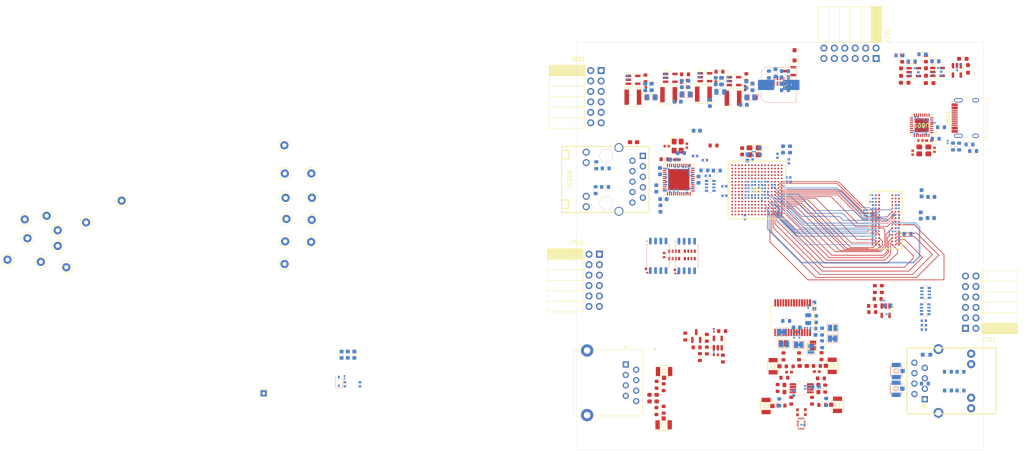
<source format=kicad_pcb>
(kicad_pcb (version 20241229) (generator "pcbnew") (generator_version "9.0")
  (layers (0 "F.Cu" signal) (4 "In1.Cu" power) (6 "In2.Cu" mixed) (8 "In3.Cu" mixed) (10 "In4.Cu" power) (2 "B.Cu" signal) (13 "F.Paste" user) (15 "B.Paste" user) (5 "F.SilkS" user "F.Silkscreen") (7 "B.SilkS" user "B.Silkscreen") (1 "F.Mask" user) (3 "B.Mask" user) (25 "Edge.Cuts" user))
  (net 0 "")
  (net 1 "GND")
  (net 2 "Net-(U201-SS)")
  (net 3 "/ETHERNET-PHY/ETH_AC_GND")
  (net 4 "Net-(U202-FB)")
  (net 5 "/ETHERNET-PHY/VDDAH_3V3")
  (net 6 "/FPGA-DQBANK-23/VDDR_BANK2")
  (net 7 "VCORE_3V3")
  (net 8 "VDRR3L_V675")
  (net 9 "/USB-PHY/USB_CC2")
  (net 10 "+5V")
  (net 11 "Net-(U203-FB)")
  (net 12 "/POWER/USB_VBUS")
  (net 13 "/DDR3/VDDR_DQ")
  (net 14 "/DDR3/VDDR_CORE")
  (net 15 "VLPDRR3_V675")
  (net 16 "VETH_1V2")
  (net 17 "+2V5")
  (net 18 "/USB-PHY/USB_CC1")
  (net 19 "+3V3")
  (net 20 "+1V35")
  (net 21 "Net-(U204-FB)")
  (net 22 "Net-(U205-FB)")
  (net 23 "/ETHERNET-PHY/VDDAPLL_1V2")
  (net 24 "/ANALOG-FRONTEND/ADC_REFTF")
  (net 25 "/ANALOG-FRONTEND/ADC_REFBF")
  (net 26 "VDDA")
  (net 27 "/ANALOG-FRONTEND/ADC_VREF")
  (net 28 "Net-(U801-XO)")
  (net 29 "/ETHERNET-PHY/VDDAL_1V2")
  (net 30 "Net-(C806-Pad2)")
  (net 31 "Net-(U803-+)")
  (net 32 "~{ETH_RESET}")
  (net 33 "/ANALOG-FRONTEND/ADC_AIN+")
  (net 34 "/ANALOG-FRONTEND/ADC_AIN-")
  (net 35 "Net-(U804-+)")
  (net 36 "Net-(C1012-Pad1)")
  (net 37 "/USB-PHY/VDDA_USB1V8")
  (net 38 "Net-(U1002-+)")
  (net 39 "Net-(C1016-Pad2)")
  (net 40 "Net-(U1002--)")
  (net 41 "/ANALOG-FRONTEND/RJ45_ADC_AIN+")
  (net 42 "/ANALOG-FRONTEND/RJ45_ADC_AIN-")
  (net 43 "Net-(C1017-Pad1)")
  (net 44 "/USB-PHY/VDD_USB1V8")
  (net 45 "/ANALOG-FRONTEND/ADC_VOCM_BUFF")
  (net 46 "+1V2")
  (net 47 "Net-(C1018-Pad1)")
  (net 48 "Net-(U1201-XI)")
  (net 49 "Net-(C1228-Pad2)")
  (net 50 "/POWER/BP_5V")
  (net 51 "Net-(D801-K)")
  (net 52 "Net-(D801-A)")
  (net 53 "Net-(D802-K)")
  (net 54 "Net-(D802-A)")
  (net 56 "/DDR3/DDR3.A10")
  (net 57 "/FPGA-DQBANK-23/VDDR_BANK3")
  (net 58 "FPGA_ADC_SW")
  (net 60 "/DDR3/DDR3.DQ3")
  (net 61 "FPGA_ADC_LED1")
  (net 62 "/DDR3/DDR3.CK-")
  (net 63 "/DDR3/DDR3.A13")
  (net 64 "/DDR3/DDR3.A2")
  (net 65 "/FPGA-CONFIG-FLASH/JTAG.TMS")
  (net 67 "Net-(IC1B-PT24A{slash}GR_PCLK0_1)")
  (net 69 "/DDR3/DDR3.A3")
  (net 70 "/DDR3/DDR3.DQ14")
  (net 71 "/FPGA-CONFIG-FLASH/QSPI.CSPPIn1")
  (net 72 "/DDR3/DDR3.LDM")
  (net 73 "/DDR3/DDR3.DQ1")
  (net 74 "/DDR3/DDR3.DQ15")
  (net 75 "~{ETH_INT}")
  (net 76 "FPGA_ADC_LED0")
  (net 77 "/FPGA-CONFIG-FLASH/JTAG.TCK")
  (net 78 "/DDR3/DDR3.UDQS+")
  (net 81 "/DDR3/DDR3.DQ13")
  (net 82 "/FPGA-CONFIG-FLASH/FPGA_CFG2")
  (net 83 "/DDR3/DDR3.A9")
  (net 84 "/DDR3/DDR3.CS#")
  (net 85 "/FPGA-CONFIG-FLASH/FPGA_CFG1")
  (net 87 "/FPGA-CONFIG-FLASH/FPGA_DONE")
  (net 88 "/DDR3/DDR3.A0")
  (net 89 "/DDR3/DDR3.DQ0")
  (net 90 "/DDR3/DDR3.A1")
  (net 92 "/DDR3/DDR3.DQ11")
  (net 93 "/DDR3/DDR3.DQ9")
  (net 94 "/DDR3/DDR3.BA2")
  (net 95 "/DDR3/DDR3.UDM")
  (net 98 "/DDR3/DDR3.A6")
  (net 100 "/DDR3/DDR3.A4")
  (net 101 "/FPGA-CONFIG-FLASH/QSPI.D0")
  (net 102 "/DDR3/DDR3.BA1")
  (net 104 "/DDR3/DDR3.DQ7")
  (net 105 "/FPGA-CONFIG-FLASH/FPGA_CFG0")
  (net 106 "/FPGA-CONFIG-FLASH/QSPI.D1")
  (net 108 "/DDR3/DDR3.A7")
  (net 110 "/DDR3/DDR3.A14")
  (net 111 "/DDR3/DDR3.DQ8")
  (net 112 "/DDR3/DDR3.ODT")
  (net 114 "/DDR3/DDR3.RESET#")
  (net 116 "ETH_REFCLK")
  (net 117 "/FPGA-CONFIG-FLASH/FPGA_RESET")
  (net 119 "/DDR3/DDR3.LDQS-")
  (net 120 "/FPGA-CONFIG-FLASH/JTAG.TDO")
  (net 121 "/FPGA-CONFIG-FLASH/QSPI.MCLK")
  (net 122 "VLPDDR3_V675")
  (net 123 "/DDR3/DDR3.BA0")
  (net 124 "/FPGA-CONFIG-FLASH/JTAG.TDI")
  (net 129 "/DDR3/DDR3.A11")
  (net 130 "/DDR3/DDR3.DQ10")
  (net 131 "/DDR3/DDR3.CAS#")
  (net 132 "FPGA_CC1")
  (net 133 "FPGA_USB_SENSE")
  (net 135 "/DDR3/DDR3.A8")
  (net 136 "/DDR3/DDR3.DQ6")
  (net 137 "/DDR3/DDR3.WE#")
  (net 138 "/DDR3/DDR3.DQ4")
  (net 139 "/DDR3/DDR3.RAS#")
  (net 141 "/DDR3/DDR3.UDQS-")
  (net 142 "/DDR3/DDR3.CK+")
  (net 143 "/FPGA-CONFIG-FLASH/QSPI.D3")
  (net 144 "/FPGA-CONFIG-FLASH/QSPI.D2")
  (net 145 "/DDR3/DDR3.DQ12")
  (net 149 "/DDR3/DDR3.CKE")
  (net 150 "/DDR3/DDR3.DQ2")
  (net 151 "FPGA_CC2")
  (net 152 "/FPGA-CONFIG-FLASH/QSPI.CSPPIn2")
  (net 153 "/DDR3/DDR3.A5")
  (net 154 "/DDR3/DDR3.DQ5")
  (net 157 "/FPGA-CONFIG-FLASH/~{FPGA_INIT}")
  (net 158 "/DDR3/DDR3.LDQS+")
  (net 159 "/DDR3/DDR3.A12")
  (net 161 "/FPGA-CONFIG-FLASH/QSPI.CSn")
  (net 168 "Net-(IC1101-ZQ)")
  (net 171 "Net-(J1001-In)")
  (net 172 "Net-(J1002-In)")
  (net 173 "Net-(J1006-In)")
  (net 174 "/ETHERNET-PHY/ETH_PHY_C-")
  (net 175 "/ETHERNET-PHY/ETH_PHY_D+")
  (net 176 "/ETHERNET-PHY/ETH_PHY_B+")
  (net 177 "/ETHERNET-PHY/ETH_YLED_K")
  (net 178 "/ETHERNET-PHY/ETH_PHY_A+")
  (net 179 "/ETHERNET-PHY/ETH_PHY_C+")
  (net 180 "/ETHERNET-PHY/ETH_PHY_D-")
  (net 181 "/ETHERNET-PHY/ETH_PHY_B-")
  (net 182 "/ETHERNET-PHY/ETH_PHY_A-")
  (net 183 "/ETHERNET-PHY/ETH_GLED_K")
  (net 184 "Net-(J1007-Pad2)")
  (net 187 "Net-(J1007-Pad1)")
  (net 188 "Net-(J1008-In)")
  (net 189 "Net-(JP1001-B)")
  (net 190 "/ANALOG-FRONTEND/ADC_REFTS")
  (net 191 "/ANALOG-FRONTEND/ADC_REFBS")
  (net 192 "/ANALOG-FRONTEND/ADC_MODE")
  (net 193 "/ANALOG-FRONTEND/ADC_REFSENSE")
  (net 194 "/ANALOG-FRONTEND/ADC_VDDA_2")
  (net 195 "VDDR3L_1V35")
  (net 196 "Net-(U202-SW)")
  (net 197 "VLPDDR3_1V35")
  (net 198 "Net-(U203-SW)")
  (net 199 "Net-(U204-SW)")
  (net 200 "Net-(U205-SW)")
  (net 201 "Net-(Q201-D)")
  (net 202 "Net-(Q201-G)")
  (net 203 "Net-(U201-OV1)")
  (net 204 "/ETHERNET-PHY/ETH_LED_2")
  (net 205 "Net-(U201-OV2)")
  (net 206 "Net-(U201-ST)")
  (net 207 "Net-(U201-ILM)")
  (net 208 "Net-(R219-Pad2)")
  (net 209 "Net-(U206-+)")
  (net 210 "Net-(U206--)")
  (net 211 "Net-(U801-VBUS)")
  (net 212 "Net-(U801-XI)")
  (net 213 "Net-(U801-RBIAS)")
  (net 214 "/ETHERNET-PHY/ETH_LED_1")
  (net 215 "/USB-PHY/USBCC_VREF_BUFF")
  (net 216 "Net-(U803-OUT)")
  (net 217 "Net-(U804-OUT)")
  (net 218 "Net-(R1001-Pad2)")
  (net 219 "Net-(R1002-Pad1)")
  (net 220 "Net-(R1004-Pad1)")
  (net 221 "Net-(R1007-Pad2)")
  (net 222 "Net-(R1009-Pad1)")
  (net 223 "Net-(U1003-COM1)")
  (net 224 "Net-(U1002-~{PD})")
  (net 225 "Net-(U1003-COM2)")
  (net 226 "Net-(R1018-Pad2)")
  (net 227 "Net-(R1019-Pad1)")
  (net 228 "Net-(U1001-CLAMPIN)")
  (net 229 "Net-(U1004--)")
  (net 230 "Net-(U1005-REF)")
  (net 231 "/ANALOG-FRONTEND/ADC_VOCM_REF")
  (net 232 "Net-(U1201-XO)")
  (net 233 "Net-(U1201-ISET)")
  (net 235 "/ANALOG-FRONTEND/MAG_ADC_AIN-")
  (net 236 "/ANALOG-FRONTEND/MAG_ADC_AIN+")
  (net 247 "/USB-PHY/USB_DP")
  (net 248 "/USB-PHY/USB_DM")
  (net 257 "Net-(U802-+)")
  (net 267 "/ADC.D7")
  (net 270 "/CON1.PWM0")
  (net 273 "/ADC.D0")
  (net 274 "/CON1.PWM2")
  (net 276 "/USB.STP")
  (net 278 "/ADC.OTR")
  (net 279 "/USB.DIR")
  (net 280 "/ADC.D8")
  (net 281 "/RGMII_RX.CTL")
  (net 282 "/USB.D7")
  (net 283 "/RGMII_TX.D1")
  (net 285 "/RGMII_TX.D2")
  (net 286 "/RGMII_TX.CLK")
  (net 287 "/ADC.D4")
  (net 288 "/RGMII_RX.CLK")
  (net 290 "/RGMII_RX.D3")
  (net 291 "/USB.D3")
  (net 292 "/ADC.CLK")
  (net 293 "/USB.D2")
  (net 294 "/RGMII_MDIO.DATA")
  (net 295 "/RGMII_TX.D3")
  (net 296 "/RGMII_TX.D0")
  (net 297 "/RGMII_MDIO.CLK")
  (net 298 "/CON1.T_SDA")
  (net 299 "/CON1.PWM1")
  (net 300 "/USB.CLK")
  (net 301 "/ADC.D3")
  (net 303 "/CON1.PWM3")
  (net 304 "/USB.NXT")
  (net 305 "Net-(IC1G-PL23B{slash}PCLKC7_1)")
  (net 306 "/CON1.S10V_EN")
  (net 307 "/RGMII_TX.CTL")
  (net 308 "/USB.RST")
  (net 309 "/ADC.D5")
  (net 310 "/CON1.T_SCL")
  (net 312 "/USB.D5")
  (net 313 "/RGMII_RX.D1")
  (net 314 "/RGMII_RX.D0")
  (net 315 "/ADC.D2")
  (net 316 "/ADC.D6")
  (net 317 "/ADC.D9")
  (net 318 "/RGMII_RX.D2")
  (net 319 "/USB.D4")
  (net 320 "/CON1.B40_EN")
  (net 321 "/USB.D6")
  (net 322 "/ADC.D1")
  (net 323 "/USB.D0")
  (net 324 "/USB.D1")
  (net 349 "Net-(Y401-Tri-State)")
  (net 350 "/FPGA-POWER/VAUX")
  (net 351 "Net-(J1009-In)")
  (net 352 "Net-(J1010-In)")
  (net 353 "Net-(R1039-Pad2)")
  (net 362 "Net-(J1003-In)")
  (net 363 "Net-(J1005-In)")
  (net 371 "unconnected-(IC1E-PR29D-PadL12)")
  (net 372 "unconnected-(IC1E-PR29C{slash}GR_PCLK3_1-PadL13)")
  (footprint "Resistor_SMD:R_0603_1608Metric" (layer "F.Cu") (at 79.8 59.1 180)
    (property "Reference" "R216" (hide yes))
    (property "Value" "24k")
  )
  (footprint "Package_TO_SOT_SMD:SOT-23-5" (layer "F.Cu") (at 132.7925 59.155)
    (property "Reference" "U804" (hide yes))
    (property "Value" "~")
  )
  (footprint "Jumper:SolderJumper-2_P1.3mm_Open_Pad1.0x1.5mm" (layer "F.Cu") (at 102.535 125.6375 90)
    (property "Reference" "JP1005" (hide yes))
    (property "Value" "SolderJumper_2_Open")
  )
  (footprint "Capacitor_SMD:C_0603_1608Metric_Pad1.08x0.95mm_HandSolder" (layer "F.Cu") (at 95.5925 136.1175 90)
    (property "Reference" "C1016" (hide yes))
    (property "Value" "10pF")
  )
  (footprint "Capacitor_SMD:C_0603_1608Metric_Pad1.08x0.95mm_HandSolder" (layer "F.Cu") (at 63.6675 137.65)
    (property "Reference" "C1018" (hide yes))
    (property "Value" "100 nF +-5%")
  )
  (footprint "Capacitor_SMD:C_0402_1005Metric" (layer "F.Cu") (at 70.55 62.3 90)
    (property "Reference" "C203" (hide yes))
    (property "Value" "10pF")
  )
  (footprint "TestPoint:TestPoint_Loop_D1.80mm_Drill1.0mm_Beaded" (layer "F.Cu") (at -88.4 99.6)
    (property "Reference" "TP205" (hide yes))
    (property "Value" "TestPoint")
  )
  (footprint "Connector_PinSocket_2.54mm:PinSocket_2x06_P2.54mm_Horizontal" (layer "F.Cu") (at 139.605 121.485 180)
    (property "Reference" "J701")
    (property "Value" "Conn_02x06_Odd_Even")
  )
  (footprint "Connector_RJ:RJ45_RCH_RC01937" (layer "F.Cu") (at 57.03 130.28 -90)
    (property "Reference" "J1007" (hide yes))
    (property "Value" "8P8C_Shielded")
  )
  (footprint "Package_SO:SSOP-28_5.3x10.2mm_P0.65mm" (layer "F.Cu") (at 97.585 118.8975 -90)
    (property "Reference" "U1001" (hide yes))
    (property "Value" "MS9280")
  )
  (footprint "Package_TO_SOT_SMD:SOT-23" (layer "F.Cu") (at 96.825 58.975 180)
    (property "Reference" "Q201" (hide yes))
    (property "Value" "AO3401A")
  )
  (footprint "Capacitor_SMD:C_0402_1005Metric" (layer "F.Cu") (at 61.9 63.35 90)
    (property "Reference" "C209" (hide yes))
    (property "Value" "10pF")
  )
  (footprint "Resistor_SMD:R_0603_1608Metric" (layer "F.Cu") (at 104.6 128.2475 -90)
    (property "Reference" "R1010" (hide yes))
    (property "Value" "10k")
  )
  (footprint "TestPoint:TestPoint_Loop_D1.80mm_Drill1.0mm_Beaded" (layer "F.Cu") (at -65.5 90.45 -90)
    (property "Reference" "TP209" (hide yes))
    (property "Value" "TestPoint")
  )
  (footprint "iw-fpga_mcu:BGA256C80P16X16_1400X1400X170" (layer "F.Cu") (at 88.9 87.85)
    (property "Reference" "IC1")
    (property "Value" "ECP5-BGA256" (hide yes))
  )
  (footprint "Resistor_SMD:R_0603_1608Metric" (layer "F.Cu") (at 80.445 122.16)
    (property "Reference" "R1036" (hide yes))
    (property "Value" "1k" (hide yes))
  )
  (footprint "TestPoint:TestPoint_Loop_D1.80mm_Drill1.0mm_Beaded" (layer "F.Cu") (at -25.9 105.85 90)
    (property "Reference" "TP208" (hide yes))
    (property "Value" "TestPoint")
  )
  (footprint "TestPoint:TestPoint_Loop_D1.80mm_Drill1.0mm_Beaded" (layer "F.Cu") (at -81.05 97.65 -90)
    (property "Reference" "TP206" (hide yes))
    (property "Value" "TestPoint")
  )
  (footprint "Connector_PinSocket_2.54mm:PinSocket_2x06_P2.54mm_Horizontal" (layer "F.Cu") (at 51.04 58.83)
    (property "Reference" "J901")
    (property "Value" "Conn_02x06_Odd_Even")
  )
  (footprint "Resistor_SMD:R_0402_1005Metric_Pad0.72x0.64mm_HandSolder" (layer "F.Cu") (at 69.4425 80.485 180)
    (property "Reference" "R1201" (hide yes))
    (property "Value" "0")
  )
  (footprint "Resistor_SMD:R_0603_1608Metric" (layer "F.Cu") (at 76.735 123.7825 90)
    (property "Reference" "R1037" (hide yes))
    (property "Value" "1k" (hide yes))
  )
  (footprint "TestPoint:TestPoint_Loop_D1.80mm_Drill1.0mm_Beaded" (layer "F.Cu") (at -25.65 89.78 -90)
    (property "Reference" "TP1007" (hide yes))
    (property "Value" "TestPoint")
  )
  (footprint "Jumper:SolderJumper-2_P1.3mm_Open_Pad1.0x1.5mm" (layer "F.Cu") (at 95.335 125.1575 180)
    (property "Reference" "JP1009" (hide yes))
    (property "Value" "SolderJumper_2_Open")
  )
  (footprint "Resistor_SMD:R_0805_2012Metric_Pad1.20x1.40mm_HandSolder" (layer "F.Cu") (at 71.7 64.7)
    (property "Reference" "R208" (hide yes))
    (property "Value" "0")
  )
  (footprint "Resistor_SMD:R_0603_1608Metric" (layer "F.Cu") (at 116.87 116.04 180)
    (property "Reference" "R220" (hide yes))
    (property "Value" "0")
  )
  (footprint "Resistor_SMD:R_0402_1005Metric" (layer "F.Cu") (at 128.67 75.835 180)
    (property "Reference" "R806" (hide yes))
    (property "Value" "1M")
  )
  (footprint "Resistor_SMD:R_0603_1608Metric" (layer "F.Cu") (at 104.7925 140.1175 180)
    (property "Reference" "R1007" (hide yes))
    (property "Value" "0")
  )
  (footprint "Resistor_SMD:R_0603_1608Metric" (layer "F.Cu") (at 116.945 117.54)
    (property "Reference" "R222" (hide yes))
    (property "Value" "220")
  )
  (footprint "Resistor_SMD:R_0603_1608Metric_Pad0.98x0.95mm_HandSolder" (layer "F.Cu") (at 124.8175 61.8 180)
    (property "Reference" "R812" (hide yes))
    (property "Value" "3k9" (hide yes))
  )
  (footprint "Resistor_SMD:R_0603_1608Metric" (layer "F.Cu") (at 78.35 77.05 180)
    (property "Reference" "R601" (hide yes))
    (property "Value" "0")
  )
  (footprint "Resistor_SMD:R_0603_1608Metric_Pad0.98x0.95mm_HandSolder" (layer "F.Cu") (at 138.955 55.98)
    (property "Reference" "R818" (hide yes))
    (property "Value" "9k1" (hide yes))
  )
  (footprint "Package_TO_SOT_SMD:SOT-23-5" (layer "F.Cu") (at 58.8125 61.08)
    (property "Reference" "U203" (hide yes))
    (property "Value" "TLV62569DBV")
  )
  (footprint "LED_SMD:LED_0603_1608Metric" (layer "F.Cu") (at 129.9925 55.8875 -90)
    (property "Reference" "D802" (hide yes))
    (property "Value" "LED_RED" (hide yes))
  )
  (footprint "Resistor_SMD:R_0603_1608Metric" (layer "F.Cu") (at 119.27 111.94 -90)
    (property "Reference" "R219" (hide yes))
    (property "Value" "1k")
  )
  (footprint "TestPoint:TestPoint_Loop_D1.80mm_Drill1.0mm_Beaded" (layer "F.Cu") (at -81.05 101.45 -90)
    (property "Reference" "TP801" (hide yes))
    (property "Value" "TestPoint")
  )
  (footprint "Resistor_SMD:R_0603_1608Metric" (layer "F.Cu") (at 126.53 56.7)
    (property "Reference" "R813" (hide yes))
    (property "Value" "47" (hide yes))
  )
  (footprint "TestPoint:TestPoint_THTPad_1.5x1.5mm_Drill0.7mm" (layer "F.Cu") (at -31 137.3)
    (property "Reference" "TP1005" (hide yes))
    (property "Value" "TestPoint")
  )
  (footprint "Resistor_SMD:R_0603_1608Metric" (layer "F.Cu") (at 74.235 126.1125 180)
    (property "Reference" "R1035" (hide yes))
    (property "Value" "1k5" (hide yes))
  )
  (footprint "Resistor_SMD:R_0603_1608Metric" (layer "F.Cu") (at 105.4925 136.13 -90)
    (property "Reference" "R1009" (hide yes))
    (property "Value" "1k")
  )
  (footprint "Package_TO_SOT_SMD:SOT-23-5" (layer "F.Cu") (at 67.85 60.6)
    (property "Reference" "U202" (hide yes))
    (property "Value" "TLV62569DBV")
  )
  (footprint "Resistor_SMD:R_0603_1608Metric" (layer "F.Cu") (at 102.2925 139.0675 -90)
    (property "Reference" "R1013" (hide yes))
    (property "Value" "1k")
  )
  (footprint "Resistor_SMD:R_0603_1608Metric" (layer "F.Cu") (at 117.57 111.94 90)
    (property "Reference" "R223" (hide yes))
    (property "Value" "1k")
  )
  (footprint "iw-inductor:L_Changjiang_FNR4018S" (layer "F.Cu") (at 83.1 65.55)
    (property "Reference" "L204" (hide yes))
    (property "Value" "2.2uH")
  )
  (footprint "TestPoint:TestPoint_Loop_D1.80mm_Drill1.0mm_Beaded" (layer "F.Cu") (at -25.75 100.35)
    (property "Reference" "TP1012" (hide yes))
    (property "Value" "TestPoint")
  )
  (footprint "Resistor_SMD:R_0402_1005Metric_Pad0.72x0.64mm_HandSolder" (layer "F.Cu") (at 103.46 131.9975 180)
    (property "Reference" "R1017" (hide yes))
    (property "Value" "0")
  )
  (footprint "Resistor_SMD:R_0603_1608Metric" (layer "F.Cu") (at 104.46 133.6475 180)
    (property "Reference" "R1016" (hide yes))
    (property "Value" "47")
  )
  (footprint "Capacitor_SMD:C_0603_1608Metric_Pad1.08x0.95mm_HandSolder" (layer "F.Cu") (at 58.9125 76.25 180)
    (property "Reference" "C1226" (hide yes))
    (property "Value" "100 nF +-5%")
  )
  (footprint "Capacitor_SMD:C_0402_1005Metric" (layer "F.Cu") (at 132.06 78.085 90)
    (property "Reference" "C806" (hide yes))
    (property "Value" "22pF")
  )
  (footprint "Resistor_SMD:R_0603_1608Metric" (layer "F.Cu") (at 66.23 141.275 -90)
    (property "Reference" "R1043" (hide yes))
    (property "Value" "0")
  )
  (footprint "Capacitor_SMD:C_0402_1005Metric" (layer "F.Cu") (at 62.43 107.0425 180)
    (property "Reference" "C707" (hide yes))
    (property "Value" "4.7uF")
  )
  (footprint "LED_SMD:LED_0603_1608Metric" (layer "F.Cu") (at 124.205 55.9125 -90)
    (property "Reference" "D801" (hide yes))
    (property "Value" "LED_RED" (hide yes))
  )
  (footprint "iw-inductor:L_Changjiang_FNR4018S" (layer "F.Cu") (at 58.75 65.305)
    (property "Reference" "L202" (hide yes))
    (property "Value" "2.2uH")
  )
  (footprint "Resistor_SMD:R_0603_1608Metric_Pad0.98x0.95mm_HandSolder" (layer "F.Cu") (at 129.9925 59.175 90)
    (property "Reference" "R803" (hide yes))
    (property "Value" "100k")
  )
  (footprint "Package_TO_SOT_SMD:SOT-23-5" (layer "F.Cu") (at 120.195 117.2025 -90)
    (property "Reference" "U206" (hide yes))
    (property "Value" "OPA376xxDBV")
  )
  (footprint "iw-connector:BWU.FL-IPEX1" (layer "F.Cu") (at 66.33 132.75 90)
    (property "Reference" "J1003" (hide yes))
    (property "Value" "BWU.FL-IPEX1")
  )
  (footprint "Resistor_SMD:R_0603_1608Metric" (layer "F.Cu") (at 66.4425 80.385 180)
    (property "Reference" "R1202" (hide yes))
    (property "Value" "12k+-1%")
  )
  (footprint "iw-connector:RJ45-TH_HR913550A" (layer "F.Cu") (at 134.079957 134.28008 -90)
    (property "Reference" "RJ1001" (hide yes))
    (property "Value" "HR913550A" (hide yes))
  )
  (footprint "TestPoint:TestPoint_Loop_D1.80mm_Drill1.0mm_Beaded" (layer "F.Cu") (at -93.25 104.8)
    (property "Reference" "TP807" (hide yes))
    (property "Value" "TestPoint" (hide yes))
  )
  (footprint "Jumper:SolderJumper-2_P1.3mm_Open_Pad1.0x1.5mm" (layer "F.Cu") (at 107.335 123.9875)
    (property "Reference" "JP1010" (hide yes))
    (property "Value" "SolderJumper_2_Open")
  )
  (footprint "Package_DFN_QFN:QFN-48-1EP_7x7mm_P0.5mm_EP5.15x5.15mm" (layer "F.Cu") (at 69.905 85.335)
    (property "Reference" "U1201" (hide yes))
    (property "Value" "KSZ9031RN")
  )
  (footprint "iw-connector:BWU.FL-IPEX1" (layer "F.Cu") (at 107.73 140.0675)
    (property "Reference" "J1001" (hide yes))
    (property "Value" "BWU.FL-IPEX1")
  )
  (footprint "Resistor_SMD:R_0805_2012Metric_Pad1.20x1.40mm_HandSolder" (layer "F.Cu") (at 87.475 65.35)
    (property "Reference" "R217" (hide yes))
    (property "Value" "0")
  )
  (footprint "Resistor_SMD:R_0603_1608Metric_Pad0.98x0.95mm_HandSolder" (layer "F.Cu") (at 140.205 58.43 -90)
    (property "Reference" "R816" (hide yes))
    (property "Value" "56k" (hide yes))
  )
  (footprint "TestPoint:TestPoint_Loop_D1.80mm_Drill1.0mm_Beaded" (layer "F.Cu") (at -85.15 105.325 -90)
    (property "Reference" "TP210" (hide yes))
    (property "Value" "TestPoint")
  )
  (footprint "Capacitor_SMD:C_0402_1005Metric" (layer "F.Cu") (at 126.76 78.785 90)
    (property "Reference" "C803" (hide yes))
    (property "Value" "22pF")
  )
  (footprint "Connector_PinSocket_2.54mm:PinSocket_2x06_P2.54mm_Horizontal" (layer "F.Cu") (at 117.88 55.91 -90)
    (property "Reference" "J201")
    (property "Value" "Conn_02x06_Odd_Even")
  )
  (footprint "Capacitor_SMD:C_0402_1005Metric" (layer "F.Cu") (at 71.8825 77.0925 -90)
    (property "Reference" "C1228" (hide yes))
    (property "Value" "22pF")
  )
  (footprint "Crystal:Crystal_SMD_3225-4Pin_3.2x2.5mm" (layer "F.Cu") (at 129.46 78.235 180)
    (property "Reference" "Y801" (hide yes))
    (property "Value" "Crystal_GND24_Small")
  )
  (footprint "iw-power:TPS2121" (layer "F.Cu") (at 94.234998 61.315001 180)
    (property "Reference" "U201" (hide yes))
    (property "Value" "TPS2121RUX")
  )
  (footprint "Resistor_SMD:R_0603_1608Metric_Pad0.98x0.95mm_HandSolder" (layer "F.Cu") (at 130.8925 61.875 180)
    (property "Reference" "R802" (hide yes))
    (property "Value" "3k9")
  )
  (footprint "Connector_USB:USB_C_Receptacle_HRO_TYPE-C-31-M-12" (layer "F.Cu") (at 141.01 70.37 90)
    (property "Reference" "J801")
    (property "Value" "TYPE-C-31-M-12")
  )
  (footprint "iw-connector:BWU.FL-IPEX1" (layer "F.Cu") (at 93.6125 130.6975 180)
    (property "Reference" "J1006" (hide yes))
    (property "Value" "BWU.FL-IPEX1")
  )
  (footprint "Resistor_SMD:R_0603_1608Metric" (layer "F.Cu") (at 118.245 114.34 180)
    (property "Reference" "R221" (hide yes))
    (property "Value" "0")
  )
  (footprint "Resistor_SMD:R_0603_1608Metric" (layer "F.Cu") (at 86.325 60.45 90)
    (property "Reference" "R225" (hide yes))
    (property "Value" "24k")
  )
  (footprint "Resistor_SMD:R_0603_1608Metric" (layer "F.Cu") (at 97.2425 139.0675 -90)
    (property "Reference" "R1021" (hide yes))
    (property "Value" "1k")
  )
  (footprint "Resistor_SMD:R_0603_1608Metric" (layer "F.Cu") (at 71.4375 59.745 180)
    (property "Reference" "R212" (hide yes))
    (property "Value" "22k")
  )
  (footprint "Capacitor_SMD:C_0402_1005Metric" (layer "F.Cu") (at 69.45 107.2575 180)
    (property "Reference" "C705" (hide yes))
    (property "Value" "4.7uF")
  )
  (footprint "Package_TO_SOT_SMD:SOT-23-5" (layer "F.Cu") (at 79.395 125.0675 90)
    (property "Reference" "U1004" (hide yes))
    (property "Value" "LMV321" (hide yes))
  )
  (footprint "Capacitor_SMD:C_0603_1608Metric_Pad1.08x0.95mm_HandSolder" (layer "F.Cu") (at 100.16 130.6325)
    (property "Reference" "C1015" (hide yes))
    (property "Value" "10pF")
  )
  (footprint "iw-connector:BWU.FL-IPEX1" (layer "F.Cu") (at 91.905 140.3675 180)
    (property "Reference" "J1008" (hide yes))
    (property "Value" "BWU.FL-IPEX1")
  )
  (footprint "iw-phyctrl:QFN32_5X5MC_MCH" (layer "F.Cu") (at 128.9489 72.13 180)
    (property "Reference" "U801")
    (property "Value" "USB3300-EZK")
  )
  (footprint "TestPoint:TestPoint_Loop_D1.80mm_Drill1.0mm_Beaded" (layer "F.Cu") (at -74.15 95.75 180)
    (property "Reference" "TP202" (hide yes))
    (property "Value" "TestPoint")
  )
  (footprint "TestPoint:TestPoint_Loop_D1.80mm_Drill1.0mm_Beaded" (layer "F.Cu") (at -89.05 95)
    (property "Reference" "TP207" (hide yes))
    (property "Value" "TestPoint")
  )
  (footprint "Connector_PinSocket_2.54mm:PinSocket_2x06_P2.54mm_Horizontal" (layer "F.Cu") (at 50.625 103.475)
    (property "Reference" "J703")
    (property "Value" "Conn_02x06_Odd_Even")
  )
  (footprint "Capacitor_SMD:C_0402_1005Metric" (layer "F.Cu") (at 66.9625 77.2125)
    (property "Reference" "C1227" (hide yes))
    (property "Value" "22pF")
  )
  (footprint "Resistor_SMD:R_Array_Convex_4x0603" (layer "F.Cu") (at 68.8 103.65 90)
    (property "Reference" "RN704" (hide yes))
    (property "Value" "4x4k7")
  )
  (footprint "Resistor_SMD:R_0603_1608Metric" (layer "F.Cu") (at 80.2125 61.42 -90)
    (property "Reference" "R215" (hide yes))
    (property "Value" "75k")
  )
  (footprint "Package_TO_SOT_SMD:SOT-23-5" (layer "F.Cu") (at 137.505 58.7925 -90)
    (property "Reference" "U802" (hide yes))
    (property "Value" "LMV321")
  )
  (footprint "Resistor_SMD:R_0603_1608Metric" (layer "F.Cu") (at 64.53 135.2 90)
    (property "Reference" "R1029" (hide yes))
    (property "Value" "10k")
  )
  (footprint "iw-analog:QFN40P260X180X60-16N_Fv1.2" (layer "F.Cu") (at 99.6665 144.6475)
    (property "Reference" "U1003" (hide yes))
    (property "Value" "DGQ2788AEN-T1-GE4")
  )
  (footprint "Diode_SMD:D_SOD-323_HandSoldering" (layer "F.Cu") (at 98.05 55.125 90)
    (property "Reference" "D201" (hide yes))
    (property "Value" "D_Zener")
  )
  (footprint "Resistor_SMD:R_0603_1608Metric" (layer "F.Cu") (at 71.485 123.4825 90)
    (property "Reference" "R1038" (hide yes))
    (property "Value" "4.7k" (hide yes))
  )
  (footprint "Package_TO_SOT_SMD:SOT-23-5" (layer "F.Cu") (at 127.03 59.2125)
    (property "Reference" "U803" (hide yes))
    (property "Value" "~")
  )
  (footprint "Resistor_SMD:R_0603_1608Metric" (layer "F.Cu") (at 93.9425 135.9675 90)
    (property "Reference" "R1024" (hide yes))
    (property "Value" "1k")
  )
  (footprint "Resistor_SMD:R_0402_1005Metric_Pad0.72x0.64mm_HandSolder" (layer "F.Cu") (at 130.76 75.835 180)
    (property "Reference" "R807" (hide yes))
    (property "Value" "0")
  )
  (footprint "iw-connector:BWU.FL-IPEX1" (layer "F.Cu") (at 66.23 144.1625 -90)
    (property "Reference" "J1005" (hide yes))
    (property "Value" "BWU.FL-IPEX1")
  )
  (footprint "Resistor_SMD:R_0603_1608Metric" (layer "F.Cu") (at 80.635 128.83 90)
    (property "Reference" "R1033" (hide yes))
    (property "Value" "75" (hide yes))
  )
  (footprint "Capacitor_SMD:C_0402_1005Metric" (layer "F.Cu") (at 78.925 127.91)
    (property "Reference" "C1020" (hide yes))
    (property "Value" "220nF" (hide yes))
  )
  (footprint "Capacitor_SMD:C_0603_1608Metric_Pad1.08x0.95mm_HandSolder" (layer "F.Cu") (at 103.8425 136.1175 -90)
    (property "Reference" "C1012" (hide yes))
    (property "Value" "10pF")
  )
  (footprint "TestPoint:TestPoint_Loop_D1.80mm_Drill1.0mm_Beaded" (layer "F.Cu") (at -19.3 95.1 -90)
    (property "Reference" "TP1004" (hide yes))
    (property "Value" "TestPoint")
  )
  (footprint "Capacitor_SMD:C_0603_1608Metric" (layer "F.Cu") (at 85.305 78.46 90)
    (property "Reference" "C408" (hide yes))
    (property "Value" "5pF")
  )
  (footprint "Resistor_SMD:R_0603_1608Metric" (layer "F.Cu") (at 64.4675 141.6 90)
    (property "Reference" "R1027" (hide yes))
    (property "Value" "10k")
  )
  (footprint "Capacitor_SMD:C_0603_1608Metric_Pad1.08x0.95mm_HandSolder" (layer "F.Cu") (at 63.6675 139.25)
    (property "Reference" "C1017" (hide yes))
    (property "Value" "100 nF +-5%")
  )
  (footprint "Resistor_SMD:R_0603_1608Metric" (layer "F.Cu") (at 76.735 126.8825 90)
    (property "Reference" "R1034" (hide yes))
    (property "Value" "1k" (hide yes))
  )
  (footprint "Resistor_SMD:R_0402_1005Metric_Pad0.72x0.64mm_HandSolder" (layer "F.Cu") (at 98.7665 141.8975 90)
    (property "Reference" "R1018" (hide yes))
    (property "Value" "0")
  )
  (footprint "Resistor_SMD:R_0603_1608Metric" (layer "F.Cu") (at 96.87 130.7275 180)
    (property "Reference" "R1022" (hide yes))
    (property "Value" "0")
  )
  (footprint "Resistor_SMD:R_0805_2012Metric_Pad1.20x1.40mm_HandSolder" (layer "F.Cu") (at 63.15 65.33)
    (property "Reference" "R209" (hide yes))
    (property "Value" "0")
  )
  (footprint "Capacitor_SMD:C_0402_1005Metric" (layer "F.Cu") (at 86.025 63.07 90)
    (property "Reference" "C219" (hide yes))
    (property "Value" "10pF")
  )
  (footprint "TestPoint:TestPoint_Loop_D1.80mm_Drill1.0mm_Beaded" (layer "F.Cu") (at -25.45 94.9)
    (property "Reference" "TP1011" (hide yes))
    (property "Value" "TestPoint")
  )
  (footprint "TestPoint:TestPoint_Loop_D1.80mm_Drill1.0mm_Beaded" (layer "F.Cu") (at -25.95 77 -90)
    (property "Reference" "TP1001" (hide yes))
    (property "Value" "TestPoint")
  )
  (footprint "Resistor_SMD:R_0402_1005Metric_Pad0.72x0.64mm_HandSolder" (layer "F.Cu") (at 96.71 132.1475)
    (property "Reference" "R1020" (hide yes))
    (property "Value" "0")
  )
  (footprint "TestPoint:TestPoint_Loop_D1.80mm_Drill1.0mm_Beaded" (layer "F.Cu") (at -83.7375 94.1375)
    (property "Reference" "TP804" (hide yes))
    (property "Value" "TestPoint" (hide yes))
  )
  (footprint "Resistor_SMD:R_0603_1608Metric" (layer "F.Cu") (at 95.36 128.2975 -90)
    (property "Reference" "R1023" (hide yes))
    (property "Value" "10k")
  )
  (footprint "iw-connector:RJ45-TH_HR911130A" (layer "F.Cu") (at 54.3 85.3 90)
    (property "Reference" "J1201")
    (property "Value" "HR911130A")
  )
  (footprint "Resistor_SMD:R_0603_1608Metric" (layer "F.Cu") (at 87.825 62.75 -90)
    (property "Reference" "R218" (hide yes))
    (property "Value" "30k")
  )
  (footprint "Capacitor_SMD:C_0402_1005Metric" (layer "F.Cu") (at 78.9 61 90)
    (property "Reference" "C217" (hide yes))
    (property "Value" "10pF")
  )
  (footprint "TestPoint:TestPoint_Loop_D1.80mm_Drill1.0mm_Beaded" (layer "F.Cu") (at -19.45 100.5)
    (property "Reference" "TP1201" (hide yes))
    (property "Value" "TestPoint")
  )
  (footprint "Resistor_SMD:R_0603_1608Metric" (layer "F.Cu") (at 95.56 133.4975)
    (property "Reference" "R1019" (hide yes))
    (property "Value" "47")
  )
  (footprint "TestPoint:TestPoint_Loop_D1.80mm_Drill1.0mm_Beaded" (layer "F.Cu") (at -19.25 89.75 -90)
    (property "Reference" "TP1009" (hide yes))
    (property "Value" "TestPoint")
  )
  (footprint "Jumper:SolderJumper-2_P1.3mm_Bridged_Pad1.0x1.5mm" (layer "F.Cu") (at 99.085 125.4875 180)
    (property "Reference" "JP1004" (hide yes))
    (property "Value" "SolderJumper_2_Bridged")
  )
  (footprint "TestPoint:TestPoint_Loop_D1.80mm_Drill1.0mm_Beaded" (layer "F.Cu") (at -19.4 83.85 -90)
    (property "Reference" "TP1010" (hide yes))
    (property "Value" "TestPoint")
  )
  (footprint "Package_SO:VSSOP-8_3x3mm_P0.65mm" (layer "F.Cu") (at 99.76 136.0475 180)
    (property "Reference" "U1002" (hide yes))
    (property "Value" "THS4521IDGK")
  )
  (footprint "Resistor_SMD:R_0603_1608Metric" (layer "F.Cu") (at 63.35 62.8 -90)
    (property "Reference" "R211" (hide yes))
    (property "Value" "100k")
  )
  (footprint "Resistor_SMD:R_0603_1608Metric" (layer "F.Cu") (at 99.135 128.2875 90)
    (property "Reference" "R1014" (hide yes))
    (property "Value" "0")
  )
  (footprint "Resistor_SMD:R_0603_1608Metric" (layer "F.Cu") (at 96.725 62.275 -90)
    (property "Reference" "R206" (hide yes))
    (property "Value" "22k")
  )
  (footprint "Resistor_SMD:R_Array_Convex_4x0603" (layer "F.Cu") (at 72.6 103.65 90)
    (property "Reference" "RN703" (hide yes))
    (property "Value" "4x10k")
  )
  (footprint "Resistor_SMD:R_0603_1608Metric" (layer "F.Cu") (at 75.045 128.4725 90)
    (property "Reference" "R1032" (hide yes))
    (property "Value" "1k")
  )
  (footprint "Resistor_SMD:R_0402_1005Metric" (layer "F.Cu") (at 66.35 103.7 -90)
    (property "Reference" "R704" (hide yes))
    (property "Value" "1k")
  )
  (footprint "Capacitor_SMD:C_0201_0603Metric" (layer "F.Cu") (at 62.51 107.9425 180)
    (property "Reference" "C706" (hide yes))
    (property "Value" "0.1uF")
  )
  (footprint "iw-memory:BGA96C80P9X16_800X1400X120" (layer "F.Cu") (at 120.21 95.13)
    (property "Reference" "IC1101" (hide yes))
    (property "Value" "MT41K256M16TW-107_P" (hide yes))
  )
  (footprint "TestPoint:TestPoint_Loop_D1.80mm_Drill1.0mm_Beaded" (layer "F.Cu") (at -78.95 106.65 180)
    (property "Reference" "TP203" (hide yes))
    (property "Value" "TestPoint")
  )
  (footprint "Resistor_SMD:R_0603_1608Metric_Pad0.98x0.95mm_HandSolder" (layer "F.Cu") (at 123.93 59.2125 90)
    (property "Reference" "R811" (hide yes))
    (property "Value" "100k" (hide yes))
  )
  (footprint "iw-inductor:L_Changjiang_FNR4018S" (layer "F.Cu") (at 67.45 64.7)
    (property "Reference" "L201" (hide yes))
    (property "Value" "2.2uH")
  )
  (footprint "iw-connector:BWU.FL-IPEX1" (layer "F.Cu") (at 106.4475 130.6025)
    (property "Reference" "J1002" (hide yes))
    (property "Value" "BWU.FL-IPEX1")
  )
  (footprint "Resistor_SMD:R_0603_1608Metric" (layer "F.Cu") (at 103.47 130.6275)
    (property "Reference" "R1011" (hide yes))
    (property "Value" "0")
  )
  (footprint "Capacitor_SMD:C_0201_0603Metric" (layer "F.Cu") (at 69.355 108.14 180)
    (property "Reference" "C704" (hide yes))
    (property "Value" "0.1uF")
  )
  (footprint "Resistor_SMD:R_0603_1608Metric" (layer "F.Cu") (at 94.8925 140.2675 180)
    (property "Reference" "R1026" (hide yes))
    (property "Value" "0")
  )
  (footprint "iw-inductor:L_Changjiang_FNR4018S" (layer "F.Cu") (at 75.9 64.55)
    (property "Reference" "L203" (hide yes))
    (property "Value" "2.2uH")
  )
  (footprint "Capacitor_SMD:C_0201_0603Metric" (layer "F.Cu") (at 78.415 121.97 90)
    (property "Reference" "C1019" (hide yes))
    (property "Value" "0.1uF")
  )
  (footprint "Resistor_SMD:R_0603_1608Metric" (layer "F.Cu") (at 132.2925 56.575)
    (property "Reference" "R821" (hide yes))
    (property "Value" "47" (hide yes))
  )
  (footprint "Crystal:Crystal_SMD_3225-4Pin_3.2x2.5mm" (layer "F.Cu") (at 69.6425 77.185 -90)
    (property "Reference" "Y1201" (hide yes))
    (property "Value" "25MHz")
  )
  (footprint "Package_TO_SOT_SMD:SOT-23-5" (layer "F.Cu") (at 76.2625 60.45)
    (property "Reference" "U204" (hide yes))
    (property "Value" "TLV62569DBV")
  )
  (footprint "Crystal:Crystal_SMD_3225-4Pin_3.2x2.5mm" (layer "F.Cu") (at 88.2 78.45 180)
    (property "Reference" "Y401" (hide yes))
    (property "Value" "Crystal Oscillator")
  )
  (footprint "Resistor_SMD:R_0402_1005Metric_Pad0.72x0.64mm_HandSolder" (layer "F.Cu") (at 100.6665 141.8475 90)
    (property "Reference" "R1012" (hide yes))
    (property "Value" "0")
  )
  (footprint "Resistor_SMD:R_0603_1608Metric" (layer "F.Cu") (at 72.0875 62.045 -90)
    (property "Reference" "R210" (hide yes))
    (property "Value" "100k")
  )
  (footprint "Resistor_SMD:R_0603_1608Metric" (layer "F.Cu") (at 66.23 135.7875 90)
    (property "Reference" "R1008" (hide yes))
    (property "Value" "0")
  )
  (footprint "TestPoint:TestPoint_Loop_D1.80mm_Drill1.0mm_Beaded" (layer "F.Cu") (at -25.85 83.85 -90)
    (property "Reference" "TP1006" (hide yes))
    (property "Value" "TestPoint")
  )
  (footprint "Package_TO_SOT_SMD:SOT-23" (layer "F.Cu") (at 74.155 123.3525 90)
    (property "Reference" "U1005" (hide yes))
    (property "Value" "TL432DBZ" (hide yes))
  )
  (footprint "Resistor_SMD:R_0603_1608Metric" (layer "F.Cu") (at 61.8 60.75 90)
    (property "Reference" "R213" (hide yes))
    (property "Value" "100k")
  )
  (footprint "Package_TO_SOT_SMD:SOT-23-5" (layer "F.Cu") (at 83.3375 61.4)
    (property "Reference" "U205" (hide yes))
    (property "Value" "TLV62569DBV")
  )
  (footprint "Capacitor_SMD:C_0201_0603Metric" (layer "B.Cu") (at 70.9425 82.585 -90)
    (property "Reference" "C1223" (hide yes))
    (property "Value" "0.1uF")
  )
  (footprint "Capacitor_SMD:C_0805_2012Metric" (layer "B.Cu") (at 63.15 65.33)
    (property "Reference" "C212" (hide yes))
    (property "Value" "1uF")
  )
  (footprint "Capacitor_SMD:C_0603_1608Metric" (layer "B.Cu") (at 70.65 62.1 90)
    (property "Reference" "C205" (hide yes))
    (property "Value" "10uF")
  )
  (footprint "Jumper:SolderJumper-2_P1.3mm_Bridged_Pad1.0x1.5mm" (layer "B.Cu") (at 99.085 125.4875 180)
    (property "Reference" "JP1007" (hide yes))
    (property "Value" "SolderJumper_2_Bridged")
  )
  (footprint "Capacitor_SMD:C_0201_0603Metric" (layer "B.Cu") (at 86.57 86.65 180)
    (property "Reference" "C305" (hide yes))
    (property "Value" "0.1uF")
  )
  (footprint "Resistor_SMD:R_0603_1608Metric" (layer "B.Cu") (at 52 87.12)
    (property "Reference" "R1210" (hide yes))
    (property "Value" "10k")
  )
  (footprint "Capacitor_SMD:C_0201_0603Metric" (layer "B.Cu") (at 88.1 86.65)
    (property "Reference" "C301" (hide yes))
    (property "Value" "0.1uF")
  )
  (footprint "Capacitor_SMD:C_0603_1608Metric" (layer "B.Cu") (at 103.2175 135.6675)
    (property "Reference" "C1023" (hide yes))
    (property "Value" "10uF")
  )
  (footprint "Capacitor_SMD:C_0201_0603Metric" (layer "B.Cu") (at 72.3425 82.335 -90)
    (property "Reference" "C1218" (hide yes))
    (property "Value" "0.1uF")
  )
  (footprint "Capacitor_SMD:C_0603_1608Metric" (layer "B.Cu") (at 87.825 62.825 90)
    (property "Reference" "C222" (hide yes))
    (property "Value" "10uF")
  )
  (footprint "Capacitor_SMD:C_0201_0603Metric" (layer "B.Cu") (at 122.21 97.93 180)
    (property "Reference" "C1114" (hide yes))
    (property "Value" "10nF")
  )
  (footprint "Capacitor_SMD:C_0201_0603Metric" (layer "B.Cu") (at 88.1 88.25)
    (property "Reference" "C613" (hide yes))
    (property "Value" "0.1uF")
  )
  (footprint "Capacitor_SMD:C_0201_0603Metric" (layer "B.Cu") (at 123.055 91.53 180)
    (property "Reference" "C1119" (hide yes))
    (property "Value" "0.1uF")
  )
  (footprint "Inductor_SMD:L_0603_1608Metric" (layer "B.Cu") (at 70.4425 78.885)
    (property "Reference" "L1202" (hide yes))
    (property "Value" "120@100MHz")
  )
  (footprint "Resistor_SMD:R_0603_1608Metric_Pad0.98x0.95mm_HandSolder" (layer "B.Cu") (at 130.125 127.9)
    (property "Reference" "R1001" (hide yes))
    (property "Value" "0")
  )
  (footprint "Capacitor_SMD:C_0201_0603Metric" (layer "B.Cu") (at 88.1 85.85)
    (property "Reference" "C402" (hide yes))
    (property "Value" "0.1uF")
  )
  (footprint "Resistor_SMD:R_0402_1005Metric" (layer "B.Cu") (at 73.9 79.6)
    (property "Reference" "R1213" (hide yes))
    (property "Value" "4.7k")
  )
  (footprint "Capacitor_SMD:C_0201_0603Metric" (layer "B.Cu") (at 72.7425 84.285 180)
    (property "Reference" "C1221" (hide yes))
    (property "Value" "0.1uF")
  )
  (footprint "Capacitor_SMD:C_0201_0603Metric" (layer "B.Cu") (at 97.935 123.4675 -90)
    (property "Reference" "C1003" (hide yes))
    (property "Value" "0.1uF")
  )
  (footprint "Capacitor_SMD:C_0201_0603Metric" (layer "B.Cu") (at 128.06 70.39 -90)
    (property "Reference" "C820" (hide yes))
    (property "Value" "0.1uF")
  )
  (footprint "Capacitor_SMD:C_0201_0603Metric" (layer "B.Cu") (at 88.15 78.56 180)
    (property "Reference" "C407" (hide yes))
    (property "Value" "0.1uF")
  )
  (footprint "Capacitor_SMD:C_0201_0603Metric" (layer "B.Cu") (at 126.33 59.7125 90)
    (property "Reference" "C817" (hide yes))
    (property "Value" "10nF")
  )
  (footprint "Capacitor_SMD:C_0201_0603Metric" (layer "B.Cu") (at 72.7125 83.585 180)
    (property "Reference" "C1225" (hide yes))
    (property "Value" "10nF")
  )
  (footprint "Resistor_SMD:R_0603_1608Metric" (layer "B.Cu") (at 136.56 77.29 -90)
    (property "Reference" "R809" (hide yes))
    (property "Value" "33k")
  )
  (footprint "Capacitor_SMD:C_0201_0603Metric" (layer "B.Cu") (at 135.26 76.19 90)
    (property "Reference" "C807" (hide yes))
    (property "Value" "0.1uF")
  )
  (footprint "Inductor_SMD:L_0603_1608Metric" (layer "B.Cu") (at 103.26 119.2575 -90)
    (property "Reference" "L1001" (hide yes))
    (property "Value" "120@100MHz")
  )
  (footprint "Capacitor_SMD:C_0402_1005Metric" (layer "B.Cu") (at 133.7175 59.575 90)
    (property "Reference" "C805" (hide yes))
    (property "Value" "220pF")
  )
  (footprint "Capacitor_SMD:C_0603_1608Metric" (layer "B.Cu") (at 128.7225 94.06 90)
    (property "Reference" "C1113" (hide yes))
    (property "Value" "22uF")
  )
  (footprint "Capacitor_SMD:C_0201_0603Metric" (layer "B.Cu") (at 92.94 86.55 180)
    (property "Reference" "C508" (hide yes))
    (property "Value" "0.1uF")
  )
  (footprint "Capacitor_SMD:C_0603_1608Metric" (layer "B.Cu") (at 98.56 121.2575)
    (property "Reference" "C1001" (hide yes))
    (property "Value" "10uF")
  )
  (footprint "Capacitor_SMD:C_0201_0603Metric" (layer "B.Cu") (at 68.7425 87.985 90)
    (property "Reference" "C1222" (hide yes))
    (property "Value" "0.1uF")
  )
  (footprint "Capacitor_SMD:C_0201_0603Metric" (layer "B.Cu") (at 123.51 98.31 90)
    (property "Reference" "C1124" (hide yes))
    (property "Value" "0.1uF")
  )
  (footprint "Capacitor_SMD:C_0201_0603Metric" (layer "B.Cu") (at 117.41 91.53 180)
    (property "Reference" "C1109" (hide yes))
    (property "Value" "0.1uF")
  )
  (footprint "Capacitor_SMD:C_0201_0603Metric" (layer "B.Cu") (at 71.8425 88.185 90)
    (property "Reference" "C1219" (hide yes))
    (property "Value" "0.1uF")
  )
  (footprint "Capacitor_SMD:C_0201_0603Metric" (layer "B.Cu") (at 116.71 90.73 180)
    (property "Reference" "C1125" (hide yes))
    (property "Value" "0.1uF")
  )
  (footprint "Capacitor_SMD:C_0603_1608Metric" (layer "B.Cu") (at 74.3 73.45)
    (property "Reference" "C1215" (hide yes))
    (property "Value" "10uF")
  )
  (footprint "Resistor_SMD:R_Array_Convex_4x0603" (layer "B.Cu") (at 129.91 112.86)
    (property "Reference" "RN701" (hide yes))
    (property "Value" "4x4k7")
  )
  (footprint "Resistor_SMD:R_0603_1608Metric" (layer "B.Cu") (at 95.725 60.475)
    (property "Reference" "R203" (hide yes))
    (property "Value" "24k")
  )
  (footprint "Inductor_SMD:L_0603_1608Metric" (layer "B.Cu") (at 96.95 78 90)
    (property "Reference" "L502" (hide yes))
    (property "Value" "120@100MHz")
  )
  (footprint "Resistor_SMD:R_0402_1005Metric" (layer "B.Cu") (at 129.47 119.64)
    (property "Reference" "R703" (hide yes))
    (property "Value" "4.7k")
  )
  (footprint "Resistor_SMD:R_0603_1608Metric" (layer "B.Cu") (at 104.735 122.2875 -90)
    (property "Reference" "R1030" (hide yes))
    (property "Value" "1k")
  )
  (footprint "Resistor_SMD:R_0603_1608Metric" (layer "B.Cu") (at 133.66 72.61 180)
    (property "Reference" "R801" (hide yes))
    (property "Value" "220")
  )
  (footprint "Resistor_SMD:R_0402_1005Metric" (layer "B.Cu") (at -7.6 135.1 -90)
    (property "Reference" "R1208" (hide yes))
    (property "Value" "4.7k")
  )
  (footprint "Capacitor_SMD:C_0201_0603Metric" (layer "B.Cu") (at 101.935 121.6875 90)
    (property "Reference" "C1005" (hide yes))
    (property "Value" "0.1uF")
  )
  (footprint "Capacitor_SMD:C_0201_0603Metric" (layer "B.Cu") (at 88.1 87.45)
    (property "Reference" "C601" (hide yes))
    (property "Value" "0.1uF" (hide yes))
  )
  (footprint "Capacitor_SMD:C_0402_1005Metric" (layer "B.Cu") (at 128.13 59.7425 90)
    (property "Reference" "C804" (hide yes))
    (property "Value" "220pF")
  )
  (footprint "Capacitor_SMD:C_0201_0603Metric" (layer "B.Cu") (at 67.7425 87.985 90)
    (property "Reference" "C1214" (hide yes))
    (property "Value" "10nF")
  )
  (footprint "Diode_SMD:D_SOD-323" (layer "B.Cu") (at -12.72 134.395 90)
    (property "Reference" "D1201" (hide yes))
    (property "Value" "1N4148WS")
  )
  (footprint "Inductor_SMD:L_0603_1608Metric" (layer "B.Cu") (at 131.1825 94.67)
    (property "Reference" "L1102" (hide yes))
    (property "Value" "120@100MHz")
  )
  (footprint "Resistor_SMD:R_0402_1005Metric_Pad0.72x0.64mm_HandSolder" (layer "B.Cu") (at 97.8425 137.2175 90)
    (property "Reference" "R1015" (hide yes))
    (property "Value" "0")
  )
  (footprint "Capacitor_SMD:C_0603_1608Metric" (layer "B.Cu") (at -10.53 127.9 90)
    (property "Reference" "C307" (hide yes))
    (property "Value" "10uF")
  )
  (footprint "Resistor_SMD:R_0603_1608Metric" (layer "B.Cu") (at 89.605 78.41 90)
    (property "Reference" "R401" (hide yes))
    (property "Value" "1k")
  )
  (footprint "Capacitor_SMD:C_0201_0603Metric" (layer "B.Cu") (at 94.94 93.395 -90)
    (property "Reference" "C513" (hide yes))
    (property "Value" "0.1uF")
  )
  (footprint "Capacitor_SMD:C_0201_0603Metric" (layer "B.Cu") (at 127.16 73.91 90)
    (property "Reference" "C812" (hide yes))
    (property "Value" "0.1uF")
  )
  (footprint "Capacitor_SMD:C_0201_0603Metric" (layer "B.Cu") (at 67.1425 84.785)
    (property "Reference" "C1210" (hide yes))
    (property "Value" "0.1uF")
  )
  (footprint "Capacitor_SMD:C_0402_1005Metric" (layer "B.Cu") (at 66.65 60.12 -90)
    (property "Reference" "C208" (hide yes))
    (property "Value" "4.7uF")
  )
  (footprint "Capacitor_SMD:C_0201_0603Metric" (layer "B.Cu") (at 67.1425 86.585)
    (property "Reference" "C1212" (hide yes))
    (property "Value" "10nF")
  )
  (footprint "Resistor_SMD:R_0603_1608Metric" (layer "B.Cu") (at 138.375 132.05 180)
    (property "Reference" "R1002" (hide yes))
    (property "Value" "470")
  )
  (footprint "Capacitor_SMD:C_0603_1608Metric" (layer "B.Cu") (at 65.3425 83.285 90)
    (property "Reference" "C1208" (hide yes))
    (property "Value" "10uF")
  )
  (footprint "Capacitor_SMD:C_0201_0603Metric" (layer "B.Cu") (at 86.555 87.4 180)
    (property "Reference" "C602" (hide yes))
    (property "Value" "10nF" (hide yes))
  )
  (footprint "Resistor_SMD:R_0603_1608Metric" (layer "B.Cu") (at 138.375 136.6 180)
    (property "Reference" "R1004" (hide yes))
    (property "Value" "470")
  )
  (footprint "Capacitor_SMD:C_0603_1608Metric" (layer "B.Cu") (at -12.05 127.91 90)
    (property "Reference" "C309" (hide yes))
    (property "Value" "10uF")
  )
  (footprint "Capacitor_SMD:CP_Elec_8x6.2" (layer "B.Cu") (at 94.2 62.325)
    (property "Reference" "C201" (hide yes))
    (property "Value" "150uF")
  )
  (footprint "Capacitor_SMD:C_0201_0603Metric" (layer "B.Cu") (at 86.84 89.45 90)
    (property "Reference" "C703" (hide yes))
    (property "Value" "10nF")
  )
  (footprint "Capacitor_SMD:C_0201_0603Metric" (layer "B.Cu") (at 117.02 93.98 180)
    (property "Reference" "C1108" (hide yes))
    (property "Value" "0.1uF")
  )
  (footprint "Capacitor_SMD:C_0201_0603Metric" (layer "B.Cu") (at 91.55 88.65 90)
    (property "Reference" "C510" (hide yes))
    (property "Value" "0.1uF")
  )
  (footprint "Resistor_SMD:R_0603_1608Metric" (layer "B.Cu") (at 140.56 76.79 180)
    (property "Reference" "R805" (hide yes))
    (property "Value" "5.1k")
  )
  (footprint "Capacitor_SMD:C_0402_1005Metric" (layer "B.Cu") (at 93.9 79.55 -90)
    (property "Reference" "C503" (hide yes))
    (property "Value" "4.7uF")
  )
  (footprint "Capacitor_SMD:C_0201_0603Metric" (layer "B.Cu") (at 90.54 87.45 180)
    (property "Reference" "C502" (hide yes))
    (property "Value" "0.1uF")
  )
  (footprint "Capacitor_SMD:C_0201_0603Metric" (layer "B.Cu") (at 101.36 116.1875 -90)
    (property "Reference" "C1008" (hide yes))
    (property "Value" "0.1uF")
  )
  (footprint "Capacitor_SMD:C_0201_0603Metric" (layer "B.Cu") (at 73.1425 85.83 -90)
    (property "Reference" "C1217" (hide yes))
    (property "Value" "0.1uF")
  )
  (footprint "Jumper:SolderJumper-2_P1.3mm_Bridged_Pad1.0x1.5mm" (layer "B.Cu") (at 107.335 123.9875)
    (property "Reference" "JP1008" (hide yes))
    (property "Value" "SolderJumper_2_Bridged")
  )
  (footprint "Capacitor_SMD:C_0201_0603Metric" (layer "B.Cu") (at 71.6425 82.63 -90)
    (property "Reference" "C1220" (hide yes))
    (property "Value" "0.1uF")
  )
  (footprint "Capacitor_SMD:C_0201_0603Metric" (layer "B.Cu") (at 115.325 94.08 180)
    (property "Reference" "C1115" (hide yes))
    (property "Value" "10nF")
  )
  (footprint "Inductor_SMD:L_0603_1608Metric" (layer "B.Cu") (at 131.2725 89.55)
    (property "Reference" "L1101" (hide yes))
    (property "Value" "120@100MHz")
  )
  (footprint "Capacitor_SMD:C_0201_0603Metric" (layer "B.Cu") (at 72.9425 87.485 180)
    (property "Reference" "C1216" (hide yes))
    (property "Value" "0.1uF")
  )
  (footprint "Capacitor_SMD:C_0402_1005Metric" (layer "B.Cu") (at 96.6 85.85)
    (property "Reference" "C406" (hide yes))
    (property "Value" "4.7uF")
  )
  (footprint "Capacitor_SMD:C_0402_1005Metric" (layer "B.Cu") (at 81 89.25 180)
    (property "Reference" "C611" (hide yes))
    (property "Value" "4.7uF")
  )
  (footprint "Resistor_SMD:R_0603_1608Metric" (layer "B.Cu") (at 138.06 77.29 90)
    (property "Reference" "R810" (hide yes))
    (property "Value" "33k")
  )
  (footprint "Resistor_SMD:R_Array_Convex_4x0603" (layer "B.Cu") (at 77.55 86.85 180)
    (property "Reference" "RN1201" (hide yes))
    (property "Value" "4x4k7")
  )
  (footprint "Resistor_SMD:R_Array_Convex_4x0603" (layer "B.Cu") (at 129.81 116.86 180)
    (property "Reference" "RN702" (hide yes))
    (property "Value" "4x4k7")
  )
  (footprint "Capacitor_SMD:C_0201_0603Metric" (layer "B.Cu") (at 115.28 92.79 180)
    (property "Reference" "C1121" (hide yes))
    (property "Value" "0.1uF")
  )
  (footprint "Capacitor_SMD:C_0201_0603Metric" (layer "B.Cu") (at 100.835 121.3575)
    (property "Reference" "C1013" (hide yes))
    (property "Value" "0.1uF")
  )
  (footprint "Jumper:SolderJumper-2_P1.3mm_Open_Pad1.0x1.5mm" (layer "B.Cu") (at 107.335 121.3875)
    (property "Reference" "JP1006" (hide yes))
    (property "Value" "SolderJumper_2_Open")
  )
  (footprint "Resistor_SMD:R_0603_1608Metric" (layer "B.Cu") (at 135.325 132.05 180)
    (property "Reference" "R1003" (hide yes))
    (property "Value" "470")
  )
  (footprint "Capacitor_SMD:C_0402_1005Metric" (layer "B.Cu") (at 96.55 84.8)
    (property "Reference" "C603" (hide yes))
    (property "Value" "4.7uF")
  )
  (footprint "Capacitor_SMD:C_0603_1608Metric" (layer "B.Cu") (at 78.9 61.4 90)
    (property "Reference" "C215" (hide yes))
    (property "Value" "10uF")
  )
  (footprint "Capacitor_SMD:C_0201_0603Metric" (layer "B.Cu") (at 86.42 85.85 180)
    (property "Reference" "C401" (hide yes))
    (property "Value" "0.1uF")
  )
  (footprint "Capacitor_SMD:C_0201_0603Metric" (layer "B.Cu") (at 100.9425 135.4675 180)
    (property "Reference" "C1025" (hide yes))
    (property "Value" "10nF")
  )
  (footprint "Resistor_SMD:R_0402_1005Metric" (layer "B.Cu") (at 129.49 121.79 180)
    (property "Reference" "R701" (hide yes))
    (property "Value" "4.7k")
  )
  (footprint "Capacitor_SMD:C_0402_1005Metric" (layer "B.Cu") (at 128.26 72.23 -90)
    (property "Reference" "C819" (hide yes))
    (property "Value" "4.7uF")
  )
  (footprint "Capacitor_SMD:C_0201_0603Metric" (layer "B.Cu") (at 89.35 87 -90)
    (property "Reference" "C302" (hide yes))
    (property "Value" "0.1uF")
  )
  (footprint "Resistor_SMD:R_0603_1608Metric" (layer "B.Cu") (at 49.85 81.85 -90)
    (property "Reference" "R1206" (hide yes))
    (property "Value" "470")
  )
  (footprint "Capacitor_SMD:C_0201_0603Metric" (layer "B.Cu") (at 99.235 123.4425 -90)
    (property "Reference" "C1004" (hide yes))
    (property "Value" "0.1uF")
  )
  (footprint "Capacitor_SMD:C_0201_0603Metric" (layer "B.Cu") (at 117.01 99.85 90)
    (property "Reference" "C1106" (hide yes))
    (property "Value" "0.1uF")
  )
  (footprint "Package_SO:SOIC-8_5.3x5.3mm_P1.27mm" (layer "B.Cu") (at 71.85 103.9075 -90)
    (property "Reference" "U702" (hide yes))
    (property "Value" "W25Q128JVS")
  )
  (footprint "iw-connector:BWU.FL-IPEX1" (layer "B.Cu") (at 123.5375 131.87016 180)
    (property "Reference" "J1010" (hide yes))
    (property "Value" "BWU.FL-IPEX1")
  )
  (footprint "Capacitor_SMD:C_0402_1005Metric" (layer "B.Cu") (at 57.45 60.53 -90)
    (property "Reference" "C213" (hide yes))
    (property "Value" "4.7uF")
  )
  (footprint "Resistor_SMD:R_0603_1608Metric" (layer "B.Cu") (at 132.36 75.41 180)
    (property "Reference" "R808" (hide yes))
    (property "Value" "12k+-1%")
  )
  (footprint "Capacitor_SMD:C_0603_1608Metric" (layer "B.Cu") (at 74.7 85.35 -90)
    (property "Reference" "C1224" (hide yes))
    (property "Value" "10uF")
  )
  (footprint "Capacitor_SMD:C_0603_1608Metric" (layer "B.Cu") (at 103.135 122.3125 -90)
    (property "Reference" "C1006" (hide yes))
    (property "Value" "10uF")
  )
  (footprint "Capacitor_SMD:C_0201_0603Metric" (layer "B.Cu") (at 117.41 89.93 180)
    (property "Reference" "C1101" (hide yes))
    (property "Value" "0.1uF")
  )
  (footprint "Capacitor_SMD:C_0201_0603Metric" (layer "B.Cu") (at 131.76 71.51)
    (property "Reference" "C810" (hide yes))
    (property "Value" "0.1uF")
  )
  (footprint "Capacitor_SMD:C_0201_0603Metric" (layer "B.Cu") (at 117.37 92.33)
    (property "Reference" "C1102" (hide yes))
    (property "Value" "0.1uF")
  )
  (footprint "Capacitor_SMD:C_0201_0603Metric" (layer "B.Cu") (at 90.1 90.18 -90)
    (property "Reference" "C306" (hide yes))
    (property "Value" "0.1uF")
  )
  (footprint "Capacitor_SMD:C_0201_0603Metric" (layer "B.Cu") (at 90.55 86.65 180)
    (property "Reference" "C311" (hide yes))
    (property "Value" "0.1uF")
  )
  (footprint "Capacitor_SMD:C_0805_2012Metric" (layer "B.Cu") (at 87.3 65.35)
    (property "Reference" "C223" (hide yes))
    (property "Value" "1uF")
  )
  (footprint "Capacitor_SMD:C_0201_0603Metric" (layer "B.Cu") (at 123.51 99.83 90)
    (property "Reference" "C1105" (hide yes))
    (property "Value" "0.1uF")
  )
  (footprint "Capacitor_SMD:C_0201_0603Metric" (layer "B.Cu") (at 91.26 89.85)
    (property "Reference" "C511" (hide yes))
    (property "Value" "10nF")
  )
  (footprint "Capacitor_SMD:C_0201_0603Metric" (layer "B.Cu") (at 88.45 89.45 90)
    (property "Reference" "C304" (hide yes))
    (property "Value" "0.1uF")
  )
  (footprint "Capacitor_SMD:C_0805_2012Metric" (layer "B.Cu") (at 101.36 119.2575 90)
    (property "Reference" "C1014" (hide yes))
    (property "Value" "1uF")
  )
  (footprint "Jumper:SolderJumper-2_P1.3mm_Bridged_Pad1.0x1.5mm" (layer "B.Cu") (at 94.935 122.3875 180)
    (property "Reference" "JP1001" (hide yes))
    (property "Value" "SolderJumper_2_Bridged")
  )
  (footprint "Capacitor_SMD:C_0201_0603Metric" (layer "B.Cu") (at 69.7425 82.585 -90)
    (property "Reference" "C1207" (hide yes))
    (property "Value" "0.1uF")
  )
  (footprint "Resistor_SMD:R_0603_1608Metric" (layer "B.Cu") (at 129.1175 54.875)
    (property "Reference" "R826" (hide yes))
    (property "Value" "4.7k" (hide yes))
  )
  (footprint "Resistor_SMD:R_0603_1608Metric" (layer "B.Cu") (at 125.51 98.51 180)
    (property "Reference" "R1101" (hide yes))
    (property "Value" "240")
  )
  (footprint "Capacitor_SMD:C_0201_0603Metric" (layer "B.Cu") (at 69.6425 88.065 90)
    (property "Reference" "C1213" (hide yes))
    (property "Value" "10nF")
  )
  (footprint "Capacitor_SMD:C_0201_0603Metric" (layer "B.Cu") (at 89.7 85.85 180)
    (property "Reference" "C405" (hide yes))
    (property "Value" "0.1uF")
  )
  (footprint "Resistor_SMD:R_0603_1608Metric" (layer "B.Cu") (at 104.735 125.3475 -90)
    (property "Reference" "R1031" (hide yes))
    (property "Value" "1k")
  )
  (footprint "Inductor_SMD:L_0603_1608Metric" (layer "B.Cu") (at 64.46 87.49 -90)
    (property "Reference" "L1201" (hide yes))
    (property "Value" "120@100MHz")
  )
  (footprint "Resistor_SMD:R_0603_1608Metric" (layer "B.Cu") (at 120.745 115.94)
    (property "Reference" "R224" (hide yes))
    (property "Value" "1k")
  )
  (footprint "Capacitor_SMD:C_0201_0603Metric" (layer "B.Cu") (at 116.63 89.13 180)
    (property "Reference" "C1123" (hide yes))
    (property "Value" "0.1uF")
  )
  (footprint "Resistor_SMD:R_0603_1608Metric" (layer "B.Cu") (at 135.35 136.6)
    (property "Reference" "R1005" (hide yes))
    (property "Value" "470")
  )
  (footprint "Capacitor_SMD:C_0603_1608Metric" (layer "B.Cu") (at -8.95 127.9 90)
    (property "Reference" "C308" (hide yes))
    (property "Value" "10uF")
  )
  (footprint "Resistor_SMD:R_0402_1005Metric" (layer "B.Cu") (at 76.96 84.4 180)
    (property "Reference" "R1204" (hide yes))
    (property "Value" "4.7k")
  )
  (footprint "Resistor_SMD:R_0603_1608Metric" (layer "B.Cu") (at 94.3425 139.4675 -90)
    (property "Reference" "R1028" (hide yes))
    (property "Value" "10k")
  )
  (footprint "Capacitor_SMD:C_0201_0603Metric" (layer "B.Cu") (at 137.555 58.455 90)
    (property "Reference" "C801" (hide yes))
    (property "Value" "0.1uF")
  )
  (footprint "Capacitor_SMD:C_0201_0603Metric" (layer "B.Cu") (at 98.56 122.3575)
    (property "Reference" "C1002" (hide yes))
    (property "Value" "0.1uF")
  )
  (footprint "Resistor_SMD:R_0603_1608Metric_Pad0.98x0.95mm_HandSolder" (layer "B.Cu") (at 93.425 59.3875 90)
    (property "Reference" "R204" (hide yes))
    (property "Value" "100k")
  )
  (footprint "Capacitor_SMD:C_0201_0603Metric" (layer "B.Cu") (at 69.0425 82.585 -90)
    (property "Reference" "C1206" (hide yes))
    (property "Value" "0.1uF")
  )
  (footprint "Resistor_SMD:R_0402_1005Metric" (layer "B.Cu") (at 129.5 120.71 180)
    (property "Reference" "R702" (hide yes))
    (property "Value" "4.7k")
  )
  (footprint "Capacitor_SMD:C_0201_0603Metric" (layer "B.Cu") (at 100.9225 136.1675 180)
    (property "Reference" "C1024" (hide yes))
    (property "Value" "0.1uF")
  )
  (footprint "Resistor_SMD:R_0603_1608Metric" (layer "B.Cu") (at 79.15 83.15)
    (property "Reference" "R1211" (hide yes))
    (property "Value" "10k")
  )
  (footprint "Capacitor_SMD:C_0603_1608Metric" (layer "B.Cu") (at 86.325 62.3 90)
    (property "Reference" "C220" (hide yes))
    (property "Value" "10uF")
  )
  (footprint "Capacitor_SMD:C_0201_0603Metric" (layer "B.Cu") (at 117.01 98.35 90)
    (property "Reference" "C1120" (hide yes))
    (property "Value" "0.1uF")
  )
  (footprint "Capacitor_SMD:C_0201_0603Metric" (layer "B.Cu") (at 127.53 58.2425 180)
    (property "Reference" "C808" (hide yes))
    (property "Value" "0.1uF")
  )
  (footprint "Capacitor_SMD:C_0201_0603Metric" (layer "B.Cu") (at 127.86 73.89 90)
    (property "Reference" "C821" (hide yes))
    (property "Value" "0.1uF")
  )
  (footprint "Capacitor_SMD:C_0201_0603Metric" (layer "B.Cu") (at 120.745 118.04 180)
    (property "Reference" "C225" (hide yes))
    (property "Value" "0.1uF")
  )
  (footprint "Capacitor_SMD:C_0201_0603Metric" (layer "B.Cu") (at 86.5 88.25 180)
    (property "Reference" "C612" (hide yes))
    (property "Value" "0.1uF")
  )
  (footprint "Inductor_SMD:L_0603_1608Metric" (layer "B.Cu") (at 65.4425 92.3725 90)
    (property "Reference" "L1203" (hide yes))
    (property "Value" "120@100MHz")
  )
  (footprint "Resistor_SMD:R_0603_1608Metric" (layer "B.Cu") (at 49.7 87.9 90)
    (property "Reference" "R1209" (hide yes))
    (property "Value" "470")
  )
  (footprint "Resistor_SMD:R_0603_1608Metric" (layer "B.Cu") (at 95.725 62.075)
    (property "Reference" "R226" (hide yes))
    (property "Value" "24k")
  )
  (footprint "Capacitor_SMD:C_0201_0603Metric" (layer "B.Cu") (at 67.1875 85.885)
    (property "Reference" "C1209" (hide yes))
    (property "Value" "0.1uF")
  )
  (footprint "Capacitor_SMD:C_0201_0603Metric" (layer "B.Cu") (at 133.2175 58.175 180)
    (property "Reference" "C822" (hide yes))
    (property "Value" "0.1uF")
  )
  (footprint "Jumper:SolderJumper-2_P1.3mm_Open_Pad1.0x1.5mm" (layer "B.Cu") (at 102.035 126.4875 -90)
    (property "Reference" "JP1002" (hide yes))
    (property "Value" "SolderJumper_2_Open")
  )
  (footprint "Capacitor_SMD:C_0402_1005Metric" (layer "B.Cu") (at 87.85 79.95 90)
    (property "Reference" "C312" (hide yes))
    (property "Value" "4.7uF")
  )
  (footprint "Resistor_SMD:R_0603_1608Metric" (layer "B.Cu") (at 52.15 82.6)
    (property "Reference" "R1207" (hide yes))
    (property "Value" "10k")
  )
  (footprint "Capacitor_SMD:C_0201_0603Metric" (layer "B.Cu") (at 90.44 89.05 180)
    (property "Reference" "C509" (hide yes))
    (property "Value" "0.1uF")
  )
  (footprint "Capacitor_SMD:C_0603_1608Metric" (layer "B.Cu") (at 68.6425 80.485 180)
    (property "Reference" "C1205" (hide yes))
    (property "Value" "10uF")
  )
  (footprint "Capacitor_SMD:C_0201_0603Metric" (layer "B.Cu") (at 91.18 85.85)
    (property "Reference" "C404" (hide yes))
    (property "Value" "0.1uF")
  )
  (footprint "Capacitor_SMD:C_0603_1608Metric" (layer "B.Cu") (at 61.75 62.83 90)
    (property "Reference" "C211" (hide yes))
    (property "Value" "10uF")
  )
  (footprint "Capacitor_SMD:C_0603_1608Metric" (layer "B.Cu") (at 80.4 61.4 90)
    (property "Reference" "C214" (hide yes))
    (property "Value" "10uF")
  )
  (footprint "Capacitor_SMD:C_0201_0603Metric" (layer "B.Cu") (at 122.21 93.93)
    (property "Reference" "C1103" (hide yes))
    (property "Value" "0.1uF")
  )
  (footprint "Capacitor_SMD:C_0402_1005Metric" (layer "B.Cu") (at 129.96 70.83 180)
    (property "Reference" "C813" (hide yes))
    (property "Value" "4.7uF")
  )
  (footprint "Capacitor_SMD:C_0402_1005Metric" (layer "B.Cu") (at 74.9625 59.95 -90)
    (property "Reference" "C218" (hide yes))
    (property "Value" "4.7uF")
  )
  (footprint "Resistor_SMD:R_0402_1005Metric" (layer "B.Cu") (at -11.25 135.095 -90)
    (property "Reference" "R1212" (hide yes))
    (property "Value" "4.7k")
  )
  (footprint "Capacitor_SMD:C_0603_1608Metric" (layer "B.Cu") (at 72.25 62.1 90)
    (property "Reference" "C204" (hide yes))
    (property "Value" "10uF")
  )
  (footprint "Capacitor_SMD:C_0201_0603Metric" (layer "B.Cu") (at 86.14 89.505 90)
    (property "Reference" "C702" (hide yes))
    (property "Value" "0.1uF")
  )
  (footprint "Resistor_SMD:R_0603_1608Metric" (layer "B.Cu") (at 141.46 78.39 180)
    (property "Reference" "R804" (hide yes))
    (property "Value" "5.1k")
  )
  (footprint "Capacitor_SMD:C_0402_1005Metric" (layer "B.Cu") (at 129.46 72.21 90)
    (property "Reference" "C814" (hide yes))
    (property "Value" "4.7uF")
  )
  (footprint "Capacitor_SMD:C_0201_0603Metric" (layer "B.Cu") (at 138.055 57.33 180)
    (property "Reference" "C802" (hide yes))
    (property "Value" "10nF")
  )
  (footprint "Capacitor_SMD:C_0201_0603Metric" (layer "B.Cu") (at 67.0425 82.685)
    (property "Reference" "C1204" (hide yes))
    (property "Value" "0.1uF")
  )
  (footprint "Resistor_SMD:R_0603_1608Metric" (layer "B.Cu") (at 95.725 63.6 180)
    (property "Reference" "R227" (hide yes))
    (property "Value" "5.1k")
  )
  (footprint "Capacitor_SMD:C_0805_2012Metric" (layer "B.Cu") (at 80 64)
    (property "Reference" "C216" (hide yes))
    (property "Value" "1uF")
  )
  (footprint "Resistor_SMD:R_0603_1608Metric" (layer "B.Cu") (at 126.505 56.6)
    (property "Reference" "R815" (hide yes))
    (property "Value" "1k" (hide yes))
  )
  (footprint "Package_SO:SOIC-8_5.3x5.3mm_P1.27mm" (layer "B.Cu") (at 64.9 103.8575 -90)
    (property "Reference" "U701" (hide yes))
    (property "Value" "W25Q128JVS")
  )
  (footprint "Capacitor_SMD:C_0402_1005Metric" (layer "B.Cu") (at 96.65 80.92 90)
    (property "Reference" "C512" (hide yes))
    (property "Value" "4.7uF")
  )
  (footprint "Capacitor_SMD:C_0201_0603Metric" (layer "B.Cu") (at 78.405 127.2475 -90)
    (property "Reference" "C1022" (hide yes))
    (property "Value" "10nF")
  )
  (footprint "Resistor_SMD:R_0603_1608Metric" (layer "B.Cu") (at 76.125 83.1)
    (property "Reference" "R1203" (hide yes))
    (property "Value" "10k")
  )
  (footprint "Capacitor_SMD:C_0603_1608Metric" (layer "B.Cu") (at 85.7 67.15)
    (property "Reference" "C221" (hide yes))
    (property "Value" "10uF")
  )
  (footprint "Capacitor_SMD:C_0201_0603Metric" (layer "B.Cu") (at 131.6925 59.575 90)
    (property "Reference" "C825" (hide yes))
    (property "Value" "10nF")
  )
  (footprint "Capacitor_SMD:C_0603_1608Metric" (layer "B.Cu") (at 102.86 115.9575 90)
    (property "Reference" "C1007" (hide yes))
    (property "Value" "10uF")
  )
  (footprint "Capacitor_SMD:C_0201_0603Metric" (layer "B.Cu") (at 123.51 94.33 90)
    (property "Reference" "C1110" (hide yes))
    (property "Value" "0.1uF")
  )
  (footprint "Capacitor_SMD:C_0201_0603Metric" (layer "B.Cu") (at 90.45 88.26 180)
    (property "Reference" "C501" (hide yes))
    (property "Value" "0.1uF")
  )
  (footprint "Capacitor_SMD:C_0201_0603Metric" (layer "B.Cu") (at 66.6425 87.985)
    (property "Reference" "C1203" (hide yes))
    (property "Value" "0.1uF")
  )
  (footprint "Resistor_SMD:R_0603_1608Metric" (layer "B.Cu") (at 132.2925 56.575)
    (property "Reference" "R830" (hide yes))
    (property "Value" "1k" (hide yes))
  )
  (footprint "Capacitor_SMD:C_0201_0603Metric" (layer "B.Cu") (at 87.7 89.5 90)
    (property "Reference" "C310" (hide yes))
    (property "Value" "0.1uF")
  )
  (footprint "Resistor_SMD:R_0603_1608Metric" (layer "B.Cu") (at 123.53 55.1425)
    (property "Reference" "R814" (hide yes))
    (property "Value" "4.7k" (hide yes))
  )
  (footprint "Capacitor_SMD:C_0402_1005Metric" (layer "B.Cu") (at 80.98 86.95 180)
    (property "Reference" "C403" (hide yes))
    (property "Value" "4.7uF")
  )
  (footprint "Capacitor_SMD:C_0201_0603Metric" (layer "B.Cu") (at 89.25 89.45 90)
    (property "Reference" "C303" (hide yes))
    (property "Value" "0.1uF")
  )
  (footprint "Capacitor_SMD:C_0201_0603Metric" (layer "B.Cu") (at 122.98 97.11)
    (property "Reference" "C1118" (hide yes))
    (property "Value" "0.1uF")
  )
  (footprint "Capacitor_SMD:C_0201_0603Metric" (layer "B.Cu") (at 67.1425 84.085)
    (property "Reference" "C1211" (hide yes))
    (property "Value" "10nF")
  )
  (footprint "Resistor_SMD:R_0603_1608Metric" (layer "B.Cu") (at 95.725 58.975 180)
    (property "Reference" "R207" (hide yes))
    (property "Value" "5.1k")
  )
  (footprint "Capacitor_SMD:C_0201_0603Metric" (layer "B.Cu") (at 123.01 92.33 180)
    (property "Reference" "C1111" (hide yes))
    (property "Value" "0.1uF")
  )
  (footprint "Capacitor_SMD:C_0603_1608Metric" (layer "B.Cu") (at 63.25 62.83 90)
    (property "Reference" "C210" (hide yes))
    (property "Value" "10uF")
  )
  (footprint "Capacitor_SMD:C_0201_0603Metric" (layer "B.Cu") (at 93.025 61.955 -90)
    (property "Reference" "C202" (hide yes))
    (property "Value" "0.1uF")
  )
  (footprint "Capacitor_SMD:C_0201_0603Metric" (layer "B.Cu") (at 129.26 74.01 90)
    (property "Reference" "C816" (hide yes))
    (property "Value" "0.1uF")
  )
  (footprint "Capacitor_SMD:C_0201_0603Metric" (layer "B.Cu") (at 117.43 96.41 180)
    (property "Reference" "C1104" (hide yes))
    (property "Value" "0.1uF")
  )
  (footprint "Capacitor_SMD:C_0402_1005Metric" (layer "B.Cu") (at 86 94.45 90)
    (property "Reference" "C701" (hide yes))
    (property "Value" "4.7uF")
  )
  (footprint "iw-connector:BWU.FL-IPEX1" (layer "B.Cu") (at 123.4875 136.17016 180)
    (property "Reference" "J1009" (hide yes))
    (property "Value" "BWU.FL-IPEX1")
  )
  (footprint "Resistor_SMD:R_0603_1608Metric" (layer "B.Cu") (at 96.01992 119.692543)
    (property "Reference" "R1025" (hide yes))
    (property "Value" "0")
  )
  (footprint "Capacitor_SMD:C_0201_0603Metric" (layer "B.Cu") (at 100.0165 144.9025 180)
    (property "Reference" "C1021" (hide yes))
    (property "Value" "0.1uF")
  )
  (footprint "Capacitor_SMD:C_0201_0603Metric" (layer "B.Cu") (at 119.545 114.74)
    (property "Reference" "C226" (hide yes))
    (property "Value" "10nF")
  )
  (footprint "Capacitor_SMD:C_0201_0603Metric" (layer "B.Cu") (at 127.36 70.41 -90)
    (property "Reference" "C809" (hide yes))
    (property "Value" "0.1uF")
  )
  (footprint "Capacitor_SMD:C_0603_1608Metric" (layer "B.Cu") (at 66.1675 90.085)
    (property "Reference" "C1202" (hide yes))
    (property "Value" "10uF")
  )
  (footprint "Capacitor_SMD:C_0603_1608Metric" (layer "B.Cu") (at 128.9225 88.66 90)
    (property "Reference" "C1107" (hide yes))
    (property "Value" "22uF")
  )
  (footprint "Resistor_SMD:R_0603_1608Metric" (layer "B.Cu") (at 129.725 134.92016 180)
    (property "Reference" "R1039" (hide yes))
    (property "Value" "0")
  )
  (footprint "Capacitor_SMD:C_0201_0603Metric" (layer "B.Cu") (at 130.06 73.89 90)
    (property "Reference" "C811" (hide yes))
    (property "Value" "0.1uF")
  )
  (footprint "Capacitor_SMD:C_0201_0603Metric" (layer "B.Cu") (at -11.35 133.395 90)
    (property "Reference" "C1229" (hide yes))
    (property "Value" "0.1uF")
  )
  (footprint "Capacitor_SMD:C_0201_0603Metric" (layer "B.Cu") (at 121.08 98.3 90)
    (property "Reference" "C1122" (hide yes))
    (property "Value" "0.1uF")
  )
  (footprint "Inductor_SMD:L_0603_1608Metric" (layer "B.Cu") (at 77.475 66.675 90)
    (property "Reference" "L301" (hide yes))
    (property "Value" "120@100MHz")
  )
  (footprint "Capacitor_SMD:C_0603_1608Metric" (layer "B.Cu") (at 86.6 79.95 90)
    (property "Reference" "C313" (hide yes))
    (property "Value" "22uF")
  )
  (footprint "Resistor_SMD:R_0603_1608Metric" (layer "B.Cu") (at 105.7425 139.3675 -90)
    (property "Reference" "R1006" (hide yes))
    (property "Value" "10k")
  )
  (footprint "Inductor_SMD:L_0603_1608Metric" (layer "B.Cu") (at 95.25 78 90)
    (property "Reference" "L501" (hide yes))
    (property "Value" "120@100MHz")
  )
  (footprint "Capacitor_SMD:C_0603_1608Metric" (layer "B.Cu") (at 69.65 66.4)
    (property "Reference" "C206" (hide yes))
    (property "Value" "10uF")
  )
  (footprint "Resistor_SMD:R_0603_1608Metric" (layer "B.Cu") (at 91.825 59.775 -90)
    (property "Reference" "R205" (hide yes))
    (property "Value" "27k")
  )
  (footprint "Resistor_SMD:R_0402_1005Metric" (layer "B.Cu") (at 76.25 80.6)
    (property "Reference" "R1205" (hide yes))
    (property "Value" "1k")
  )
  (footprint "Capacitor_SMD:C_0201_0603Metric" (layer "B.Cu") (at 123.01 89.13)
    (property "Reference" "C1112" (hide yes))
    (property "Value" "0.1uF")
  )
  (footprint "Capacitor_SMD:C_0402_1005Metric" (layer "B.Cu") (at 81.825 60.9 -90)
    (property "Reference" "C224" (hide yes))
    (property "Value" "4.7uF")
  )
  (footprint "Capacitor_SMD:C_0805_2012Metric" (layer "B.Cu") (at 71.65 64.6)
    (property "Reference" "C207" (hide yes))
    (property "Value" "1uF")
  )
  (footprint "Capacitor_SMD:C_0201_0603Metric" (layer "B.Cu") (at 92.94 87.25 180)
    (property "Reference" "C507" (hide yes))
    (property "Value" "10nF")
  )
  (footprint "Jumper:SolderJumper-2_P1.3mm_Open_Pad1.0x1.5mm" (layer "B.Cu") (at 95.56 125.3575)
    (property "Reference" "JP1003" (hide yes))
    (property "Value" "SolderJumper_2_Open")
  )
  (gr_rect (start 45 52) (end 144 151) (stroke (width 0.05)) (fill no) (layer "Edge.Cuts"))
  (segment (start 64.075 126.7225) (end 64.1008 126.7225) (width 0.09) (layer "F.Cu") (net 0))
  (segment (start 64.1008 126.7225) (end 64.1008 126.385) (width 0.09) (layer "F.Cu") (net 0))
  (segment (start 119.06 102.86) (end 120.3 101.62) (width 0.1565) (layer "F.Cu") (net 56))
  (segment (start 94.9 92.25) (end 97.27 92.25) (width 0.1565) (layer "F.Cu") (net 56))
  (segment (start 97.27 92.25) (end 107.88 102.86) (width 0.1565) (layer "F.Cu") (net 56))
  (segment (start 120.3 101.62) (end 120.3 98.64) (width 0.1565) (layer "F.Cu") (net 56))
  (segment (start 120.3 98.64) (end 121.81 97.13) (width 0.1565) (layer "F.Cu") (net 56))
  (segment (start 107.88 102.86) (end 119.06 102.86) (width 0.1565) (layer "F.Cu") (net 56))
  (segment (start 114.68 95.12) (end 114.67825 95.12175) (width 0.1565) (layer "F.Cu") (net 60))
  (segment (start 119.27 95.48) (end 120.45 95.48) (width 0.1565) (layer "F.Cu") (net 60))
  (segment (start 121.972476 94.32225) (end 122.21775 94.076976) (width 0.1565) (layer "F.Cu") (net 60))
  (segment (start 108.61 89.05) (end 114.68 95.12) (width 0.1565) (layer "F.Cu") (net 60))
  (segment (start 120.45 95.48) (end 121.60775 94.32225) (width 0.1565) (layer "F.Cu") (net 60))
  (segment (start 122.21775 93.52225) (end 122.61 93.13) (width 0.1565) (layer "F.Cu") (net 60))
  (segment (start 122.21775 94.076976) (end 122.21775 93.52225) (width 0.1565) (layer "F.Cu") (net 60))
  (segment (start 94.9 89.05) (end 108.61 89.05) (width 0.1565) (layer "F.Cu") (net 60))
  (segment (start 121.60775 94.32225) (end 121.972476 94.32225) (width 0.1565) (layer "F.Cu") (net 60))
  (segment (start 114.67825 95.12175) (end 118.91175 95.12175) (width 0.1565) (layer "F.Cu") (net 60))
  (segment (start 118.91175 95.12175) (end 119.27 95.48) (width 0.1565) (layer "F.Cu") (net 60))
  (segment (start 90.9 91.45) (end 90.9 91.49) (width 0.1217) (layer "F.Cu") (net 62))
  (segment (start 90.9 91.49) (end 91.26 91.85) (width 0.1217) (layer "F.Cu") (net 62))
  (via (at 91.26 91.85) (size 0.2) (drill 0.15) (layers "F.Cu" "B.Cu") (net 62))
  (via (at 121.81 96.33) (size 0.2) (drill 0.15) (layers "F.Cu" "B.Cu") (net 62))
  (segment (start 91.421896 92.21915) (end 91.65085 92.448104) (width 0.1217) (layer "B.Cu") (net 62))
  (segment (start 91.65085 92.448104) (end 91.65085 97.265904) (width 0.1217) (layer "B.Cu") (net 62))
  (segment (start 91.26 91.85) (end 91.26 92.06) (width 0.1217) (layer "B.Cu") (net 62))
  (segment (start 128.32975 103.955044) (end 128.32975 97.15949) (width 0.1217) (layer "B.Cu") (net 62))
  (segment (start 128.32975 97.15949) (end 127.26271 96.09245) (width 0.1217) (layer "B.Cu") (net 62))
  (segment (start 91.26 92.06) (end 91.41915 92.21915) (width 0.1217) (layer "B.Cu") (net 62))
  (segment (start 91.41915 92.21915) (end 91.421896 92.21915) (width 0.1217) (layer "B.Cu") (net 62))
  (segment (start 99.782246 105.3973) (end 126.887494 105.3973) (width 0.1217) (layer "B.Cu") (net 62))
  (segment (start 122.04755 96.09245) (end 121.81 96.33) (width 0.1217) (layer "B.Cu") (net 62))
  (segment (start 126.887494 105.3973) (end 128.32975 103.955044) (width 0.1217) (layer "B.Cu") (net 62))
  (segment (start 127.26271 96.09245) (end 122.04755 96.09245) (width 0.1217) (layer "B.Cu") (net 62))
  (segment (start 91.65085 97.265904) (end 99.782246 105.3973) (width 0.1217) (layer "B.Cu") (net 62))
  (segment (start 118.25084 102.085) (end 118.86 101.47584) (width 0.1565) (layer "F.Cu") (net 63))
  (segment (start 94.1 90.65) (end 94.51575 91.06575) (width 0.1565) (layer "F.Cu") (net 63))
  (segment (start 94.51575 91.06575) (end 99.73575 91.06575) (width 0.1565) (layer "F.Cu") (net 63))
  (segment (start 99.73575 91.06575) (end 110.755 102.085) (width 0.1565) (layer "F.Cu") (net 63))
  (segment (start 118.86 101.38) (end 118.61 101.13) (width 0.1565) (layer "F.Cu") (net 63))
  (segment (start 118.86 101.47584) (end 118.86 101.38) (width 0.1565) (layer "F.Cu") (net 63))
  (segment (start 110.755 102.085) (end 118.25084 102.085) (width 0.1565) (layer "F.Cu") (net 63))
  (segment (start 119.46 100.38) (end 118.61 99.53) (width 0.1565) (layer "F.Cu") (net 64))
  (segment (start 94.9 91.45) (end 99.38 91.45) (width 0.1565) (layer "F.Cu") (net 64))
  (segment (start 110.2725 102.3425) (end 118.3575 102.3425) (width 0.1565) (layer "F.Cu") (net 64))
  (segment (start 99.38 91.45) (end 110.2725 102.3425) (width 0.1565) (layer "F.Cu") (net 64))
  (segment (start 119.46 101.24) (end 119.46 100.38) (width 0.1565) (layer "F.Cu") (net 64))
  (segment (start 118.3575 102.3425) (end 119.46 101.24) (width 0.1565) (layer "F.Cu") (net 64))
  (segment (start 117.81 98.83) (end 117.81 98.73) (width 0.09) (layer "F.Cu") (net 69))
  (segment (start 92.5 91.48) (end 92.5 91.45) (width 0.1565) (layer "F.Cu") (net 69))
  (segment (start 92.5 91.45) (end 92.5 91.46) (width 0.1565) (layer "F.Cu") (net 69))
  (segment (start 92.5 91.45) (end 92.91 91.86) (width 0.1565) (layer "F.Cu") (net 69))
  (segment (start 117.7 98.94) (end 117.81 98.83) (width 0.09) (layer "F.Cu") (net 69))
  (via (at 117.7 98.94) (size 0.2) (drill 0.15) (layers "F.Cu" "B.Cu") (net 69))
  (via (at 92.91 91.86) (size 0.2) (drill 0.15) (layers "F.Cu" "B.Cu") (net 69))
  (segment (start 117.56075 99.07925) (end 98.584078 99.07925) (width 0.1565) (layer "B.Cu") (net 69))
  (segment (start 92.91 93.405172) (end 92.91 91.86) (width 0.1565) (layer "B.Cu") (net 69))
  (segment (start 98.584078 99.07925) (end 92.91 93.405172) (width 0.1565) (layer "B.Cu") (net 69))
  (segment (start 117.7 98.94) (end 117.56075 99.07925) (width 0.1565) (layer "B.Cu") (net 69))
  (segment (start 94.1 86.65) (end 94.1 86.71) (width 0.127) (layer "F.Cu") (net 72))
  (segment (start 94.4695 86.2805) (end 108.4405 86.2805) (width 0.157) (layer "F.Cu") (net 72))
  (segment (start 94.1 86.65) (end 94.4695 86.2805) (width 0.157) (layer "F.Cu") (net 72))
  (segment (start 94.1 86.65) (end 94.15 86.65) (width 0.127) (layer "F.Cu") (net 72))
  (segment (start 108.4405 86.2805) (end 114.28 92.12) (width 0.157) (layer "F.Cu") (net 72))
  (via (at 121.81 92.33) (size 0.2) (drill 0.15) (layers "F.Cu" "B.Cu") (net 72))
  (via (at 114.28 92.12) (size 0.2) (drill 0.15) (layers "F.Cu" "B.Cu") (net 72))
  (segment (start 121.4455 92.6945) (end 121.81 92.33) (width 0.157) (layer "B.Cu") (net 72))
  (segment (start 114.28 92.12) (end 116.23317 92.12) (width 0.157) (layer "B.Cu") (net 72))
  (segment (start 116.80767 92.6945) (end 121.4455 92.6945) (width 0.157) (layer "B.Cu") (net 72))
  (segment (start 116.23317 92.12) (end 116.80767 92.6945) (width 0.157) (layer "B.Cu") (net 72))
  (segment (start 114.25 94) (end 108.88425 88.63425) (width 0.1565) (layer "F.Cu") (net 73))
  (segment (start 119.87 94.389625) (end 120.550375 94.389625) (width 0.1565) (layer "F.Cu") (net 73))
  (segment (start 108.88425 88.63425) (end 93.68425 88.63425) (width 0.1565) (layer "F.Cu") (net 73))
  (segment (start 120.550375 94.389625) (end 121.81 93.13) (width 0.1565) (layer "F.Cu") (net 73))
  (segment (start 114.28 94) (end 114.25 94) (width 0.1565) (layer "F.Cu") (net 73))
  (segment (start 93.68425 88.63425) (end 93.3 88.25) (width 0.1565) (layer "F.Cu") (net 73))
  (via (at 114.28 94) (size 0.2) (drill 0.15) (layers "F.Cu" "B.Cu") (net 73))
  (via (at 119.87 94.389625) (size 0.2) (drill 0.15) (layers "F.Cu" "B.Cu") (net 73))
  (segment (start 114.681558 94.56925) (end 114.28 94.167692) (width 0.1565) (layer "B.Cu") (net 73))
  (segment (start 119.87 94.389625) (end 119.810375 94.44925) (width 0.1565) (layer "B.Cu") (net 73))
  (segment (start 116.44075 94.44925) (end 116.32075 94.56925) (width 0.1565) (layer "B.Cu") (net 73))
  (segment (start 114.28 94.167692) (end 114.28 94) (width 0.1565) (layer "B.Cu") (net 73))
  (segment (start 119.810375 94.44925) (end 116.44075 94.44925) (width 0.1565) (layer "B.Cu") (net 73))
  (segment (start 116.32075 94.56925) (end 114.681558 94.56925) (width 0.1565) (layer "B.Cu") (net 73))
  (segment (start 121.81 89.860746) (end 121.81 89.93) (width 0.1217) (layer "F.Cu") (net 78))
  (segment (start 94.9 84.25) (end 94.9541 84.3041) (width 0.1217) (layer "F.Cu") (net 78))
  (segment (start 111.79775 100.73775) (end 118.20225 100.73775) (width 0.1565) (layer "F.Cu") (net 83))
  (segment (start 101.29425 90.23425) (end 111.79775 100.73775) (width 0.1565) (layer "F.Cu") (net 83))
  (segment (start 118.20225 100.73775) (end 118.61 100.33) (width 0.1565) (layer "F.Cu") (net 83))
  (segment (start 94.1 89.85) (end 94.48425 90.23425) (width 0.1565) (layer "F.Cu") (net 83))
  (segment (start 94.48425 90.23425) (end 101.29425 90.23425) (width 0.1565) (layer "F.Cu") (net 83))
  (segment (start 93.3 90.66) (end 93.71 91.07) (width 0.2) (layer "F.Cu") (net 84))
  (segment (start 93.3 90.65) (end 93.3 90.66) (width 0.2) (layer "F.Cu") (net 84))
  (via (at 93.71 91.07) (size 0.2) (drill 0.15) (layers "F.Cu" "B.Cu") (net 84))
  (via (at 117.81 97.13) (size 0.2) (drill 0.15) (layers "F.Cu" "B.Cu") (net 84))
  (segment (start 99.77 97.13) (end 117.81 97.13) (width 0.1565) (layer "B.Cu") (net 84))
  (segment (start 93.71 91.07) (end 99.77 97.13) (width 0.1565) (layer "B.Cu") (net 84))
  (segment (start 116.34225 98.33775) (end 118.21775 98.33775) (width 0.1565) (layer "F.Cu") (net 88))
  (segment (start 118.21775 98.33775) (end 118.61 98.73) (width 0.1565) (layer "F.Cu") (net 88))
  (segment (start 93.3 92.27) (end 93.68 92.65) (width 0.1565) (layer "F.Cu") (net 88))
  (segment (start 93.3 92.25) (end 93.3 92.27) (width 0.1565) (layer "F.Cu") (net 88))
  (segment (start 116.3 98.38) (end 116.34225 98.33775) (width 0.1565) (layer "F.Cu") (net 88))
  (via (at 93.68 92.65) (size 0.2) (drill 0.15) (layers "F.Cu" "B.Cu") (net 88))
  (via (at 116.3 98.38) (size 0.2) (drill 0.15) (layers "F.Cu" "B.Cu") (net 88))
  (segment (start 98.7075 98.3075) (end 98.85825 98.45825) (width 0.1565) (layer "B.Cu") (net 88))
  (segment (start 98.85825 98.45825) (end 116.22175 98.45825) (width 0.1565) (layer "B.Cu") (net 88))
  (segment (start 93.835 93.966012) (end 98.176488 98.3075) (width 0.1565) (layer "B.Cu") (net 88))
  (segment (start 93.835 92.805) (end 93.835 93.966012) (width 0.1565) (layer "B.Cu") (net 88))
  (segment (start 98.176488 98.3075) (end 98.7075 98.3075) (width 0.1565) (layer "B.Cu") (net 88))
  (segment (start 93.68 92.65) (end 93.835 92.805) (width 0.1565) (layer "B.Cu") (net 88))
  (segment (start 116.22175 98.45825) (end 116.3 98.38) (width 0.1565) (layer "B.Cu") (net 88))
  (segment (start 108.71 85.85) (end 115.5675 92.7075) (width 0.1565) (layer "F.Cu") (net 89))
  (segment (start 94.9 85.85) (end 108.71 85.85) (width 0.1565) (layer "F.Cu") (net 89))
  (segment (start 118.2325 92.7075) (end 118.61 92.33) (width 0.1565) (layer "F.Cu") (net 89))
  (segment (start 115.5675 92.7075) (end 118.2325 92.7075) (width 0.1565) (layer "F.Cu") (net 89))
  (segment (start 94.25825 93.20825) (end 94.365822 93.20825) (width 0.1565) (layer "F.Cu") (net 90))
  (segment (start 95.59 93.45) (end 106.47 104.33) (width 0.1565) (layer "F.Cu") (net 90))
  (segment (start 94.387572 93.23) (end 94.536588 93.23) (width 0.1565) (layer "F.Cu") (net 90))
  (segment (start 120.91 100.43) (end 121.81 99.53) (width 0.1565) (layer "F.Cu") (net 90))
  (segment (start 119.59 104.33) (end 120.91 103.01) (width 0.1565) (layer "F.Cu") (net 90))
  (segment (start 94.756588 93.45) (end 95.59 93.45) (width 0.1565) (layer "F.Cu") (net 90))
  (segment (start 106.47 104.33) (end 119.59 104.33) (width 0.1565) (layer "F.Cu") (net 90))
  (segment (start 94.1 93.05) (end 94.25825 93.20825) (width 0.1565) (layer "F.Cu") (net 90))
  (segment (start 94.365822 93.20825) (end 94.387572 93.23) (width 0.1565) (layer "F.Cu") (net 90))
  (segment (start 94.536588 93.23) (end 94.756588 93.45) (width 0.1565) (layer "F.Cu") (net 90))
  (segment (start 120.91 103.01) (end 120.91 100.43) (width 0.1565) (layer "F.Cu") (net 90))
  (segment (start 92.5 90.66) (end 92.88 91.04) (width 0.1565) (layer "F.Cu") (net 94))
  (segment (start 92.5 90.65) (end 92.5 90.66) (width 0.1565) (layer "F.Cu") (net 94))
  (via (at 92.88 91.04) (size 0.2) (drill 0.15) (layers "F.Cu" "B.Cu") (net 94))
  (via (at 118.61 97.93) (size 0.2) (drill 0.15) (layers "F.Cu" "B.Cu") (net 94))
  (segment (start 118.21825 97.53825) (end 118.61 97.93) (width 0.1565) (layer "B.Cu") (net 94))
  (segment (start 92.91 91.07) (end 93.13 91.07) (width 0.1565) (layer "B.Cu") (net 94))
  (segment (start 92.88 91.04) (end 92.91 91.07) (width 0.1565) (layer "B.Cu") (net 94))
  (segment (start 94.35 93.752692) (end 98.135558 97.53825) (width 0.1565) (layer "B.Cu") (net 94))
  (segment (start 94.35 92.29) (end 94.35 93.752692) (width 0.1565) (layer "B.Cu") (net 94))
  (segment (start 98.135558 97.53825) (end 118.21825 97.53825) (width 0.1565) (layer "B.Cu") (net 94))
  (segment (start 93.13 91.07) (end 94.35 92.29) (width 0.1565) (layer "B.Cu") (net 94))
  (segment (start 93.3 96.097234) (end 104.782766 107.58) (width 0.1565) (layer "F.Cu") (net 98))
  (segment (start 129.135 104.225) (end 124.84775 99.93775) (width 0.1565) (layer "F.Cu") (net 98))
  (segment (start 93.3 93.85) (end 93.3 96.097234) (width 0.1565) (layer "F.Cu") (net 98))
  (segment (start 124.84775 99.93775) (end 123.00225 99.93775) (width 0.1565) (layer "F.Cu") (net 98))
  (segment (start 125.78 107.58) (end 129.135 104.225) (width 0.1565) (layer "F.Cu") (net 98))
  (segment (start 104.782766 107.58) (end 125.78 107.58) (width 0.1565) (layer "F.Cu") (net 98))
  (segment (start 123.00225 99.93775) (end 122.61 100.33) (width 0.1565) (layer "F.Cu") (net 98))
  (segment (start 127.12225 99.12225) (end 123.01775 99.12225) (width 0.1565) (layer "F.Cu") (net 100))
  (segment (start 126.72 108.38) (end 131.55 103.55) (width 0.1565) (layer "F.Cu") (net 100))
  (segment (start 92.88425 93.68425) (end 92.88425 97.03425) (width 0.1565) (layer "F.Cu") (net 100))
  (segment (start 123.01775 99.12225) (end 122.61 99.53) (width 0.1565) (layer "F.Cu") (net 100))
  (segment (start 104.23 108.38) (end 126.72 108.38) (width 0.1565) (layer "F.Cu") (net 100))
  (segment (start 92.5 93.05) (end 92.5 93.3) (width 0.1565) (layer "F.Cu") (net 100))
  (segment (start 92.5 93.3) (end 92.88425 93.68425) (width 0.1565) (layer "F.Cu") (net 100))
  (segment (start 92.88425 97.03425) (end 104.23 108.38) (width 0.1565) (layer "F.Cu") (net 100))
  (segment (start 131.55 103.55) (end 127.12225 99.12225) (width 0.1565) (layer "F.Cu") (net 100))
  (segment (start 127.75775 98.33775) (end 123.00225 98.33775) (width 0.1565) (layer "F.Cu") (net 102))
  (segment (start 103.19 109.1) (end 127.74 109.1) (width 0.1565) (layer "F.Cu") (net 102))
  (segment (start 92.5 93.85) (end 92.5 98.41) (width 0.1565) (layer "F.Cu") (net 102))
  (segment (start 123.00225 98.33775) (end 122.61 98.73) (width 0.1565) (layer "F.Cu") (net 102))
  (segment (start 127.74 109.1) (end 133.1 103.74) (width 0.1565) (layer "F.Cu") (net 102))
  (segment (start 133.1 103.74) (end 133.16 103.74) (width 0.1565) (layer "F.Cu") (net 102))
  (segment (start 133.16 103.74) (end 127.75775 98.33775) (width 0.1565) (layer "F.Cu") (net 102))
  (segment (start 92.5 98.41) (end 103.19 109.1) (width 0.1565) (layer "F.Cu") (net 102))
  (segment (start 94.51575 89.46575) (end 106.88575 89.46575) (width 0.1565) (layer "F.Cu") (net 104))
  (segment (start 106.88575 89.46575) (end 113.38 95.96) (width 0.1565) (layer "F.Cu") (net 104))
  (segment (start 120.61 95.93) (end 121.81 94.73) (width 0.1) (layer "F.Cu") (net 104))
  (segment (start 117.186774 95.94) (end 117.196774 95.93) (width 0.1) (layer "F.Cu") (net 104))
  (segment (start 116.46 95.94) (end 117.186774 95.94) (width 0.1) (layer "F.Cu") (net 104))
  (segment (start 94.1 89.05) (end 94.51575 89.46575) (width 0.1565) (layer "F.Cu") (net 104))
  (segment (start 117.196774 95.93) (end 120.61 95.93) (width 0.1) (layer "F.Cu") (net 104))
  (segment (start 113.38 95.96) (end 116.44 95.96) (width 0.1565) (layer "F.Cu") (net 104))
  (segment (start 116.44 95.96) (end 116.46 95.94) (width 0.1) (layer "F.Cu") (net 104))
  (segment (start 103.2 89.85) (end 113.27225 99.92225) (width 0.1565) (layer "F.Cu") (net 108))
  (segment (start 117.40225 99.92225) (end 117.81 100.33) (width 0.1565) (layer "F.Cu") (net 108))
  (segment (start 94.9 89.85) (end 103.2 89.85) (width 0.1565) (layer "F.Cu") (net 108))
  (segment (start 113.27225 99.92225) (end 117.40225 99.92225) (width 0.1565) (layer "F.Cu") (net 108))
  (segment (start 123.11 102.43) (end 121.81 101.13) (width 0.1565) (layer "F.Cu") (net 110))
  (segment (start 105.38 105.64) (end 120.65 105.64) (width 0.1565) (layer "F.Cu") (net 110))
  (segment (start 94.1 93.85) (end 94.1 94.36) (width 0.1565) (layer "F.Cu") (net 110))
  (segment (start 94.1 94.36) (end 105.38 105.64) (width 0.1565) (layer "F.Cu") (net 110))
  (segment (start 120.65 105.64) (end 123.11 103.18) (width 0.1565) (layer "F.Cu") (net 110))
  (segment (start 123.11 103.18) (end 123.11 102.43) (width 0.1565) (layer "F.Cu") (net 110))
  (segment (start 91.73 89.05) (end 92.1 89.42) (width 0.1565) (layer "F.Cu") (net 112))
  (segment (start 91.7 89.05) (end 91.74 89.05) (width 0.1217) (layer "F.Cu") (net 112))
  (segment (start 91.7 89.05) (end 91.73 89.05) (width 0.1565) (layer "F.Cu") (net 112))
  (via (at 92.1 89.42) (size 0.2) (drill 0.15) (layers "F.Cu" "B.Cu") (net 112))
  (via (at 117.01 96.33) (size 0.2) (drill 0.15) (layers "F.Cu" "B.Cu") (net 112))
  (segment (start 93.510897 90.63825) (end 92.720897 89.84825) (width 0.1565) (layer "B.Cu") (net 112))
  (segment (start 116.91 96.43) (end 100.4 96.43) (width 0.1565) (layer "B.Cu") (net 112))
  (segment (start 92.720897 89.82825) (end 92.48175 89.589103) (width 0.1565) (layer "B.Cu") (net 112))
  (segment (start 92.48175 89.58175) (end 92.32 89.42) (width 0.1565) (layer "B.Cu") (net 112))
  (segment (start 94.62 90.65) (end 93.55 90.65) (width 0.1565) (layer "B.Cu") (net 112))
  (segment (start 93.55 90.65) (end 93.53825 90.63825) (width 0.1565) (layer "B.Cu") (net 112))
  (segment (start 93.53825 90.63825) (end 93.510897 90.63825) (width 0.1565) (layer "B.Cu") (net 112))
  (segment (start 100.4 96.43) (end 94.62 90.65) (width 0.1565) (layer "B.Cu") (net 112))
  (segment (start 117.01 96.33) (end 116.91 96.43) (width 0.1565) (layer "B.Cu") (net 112))
  (segment (start 92.48175 89.589103) (end 92.48175 89.58175) (width 0.1565) (layer "B.Cu") (net 112))
  (segment (start 92.32 89.42) (end 92.1 89.42) (width 0.1565) (layer "B.Cu") (net 112))
  (segment (start 92.720897 89.84825) (end 92.720897 89.82825) (width 0.1565) (layer "B.Cu") (net 112))
  (segment (start 117.1125 101.8275) (end 117.81 101.13) (width 0.1565) (layer "F.Cu") (net 114))
  (segment (start 111.6875 101.8275) (end 117.1125 101.8275) (width 0.1565) (layer "F.Cu") (net 114))
  (segment (start 100.51 90.65) (end 111.6875 101.8275) (width 0.1565) (layer "F.Cu") (net 114))
  (segment (start 94.9 90.65) (end 100.51 90.65) (width 0.1565) (layer "F.Cu") (net 114))
  (segment (start 94.4695 87.0805) (end 94.1 87.45) (width 0.127) (layer "F.Cu") (net 119))
  (segment (start 95.053052 87.0805) (end 94.4695 87.0805) (width 0.127) (layer "F.Cu") (net 119))
  (segment (start 95.053552 87.08) (end 95.053052 87.0805) (width 0.127) (layer "F.Cu") (net 119))
  (segment (start 94.1 87.45) (end 94.16 87.45) (width 0.1217) (layer "F.Cu") (net 119))
  (segment (start 95.465133 87.190074) (end 95.465133 87.1835) (width 0.127) (layer "F.Cu") (net 119))
  (segment (start 95.353506 87.08) (end 95.053552 87.08) (width 0.127) (layer "F.Cu") (net 119))
  (segment (start 94.1 87.45) (end 94.253032 87.45) (width 0.127) (layer "F.Cu") (net 119))
  (segment (start 95.465133 87.1835) (end 95.457006 87.1835) (width 0.127) (layer "F.Cu") (net 119))
  (segment (start 95.457006 87.1835) (end 95.353506 87.08) (width 0.127) (layer "F.Cu") (net 119))
  (via (at 95.465133 87.190074) (size 0.2) (drill 0.15) (layers "F.Cu" "B.Cu") (net 119))
  (via (at 118.6 93.92) (size 0.2) (drill 0.15) (layers "F.Cu" "B.Cu") (net 119))
  (segment (start 117.575586 93.612503) (end 117.760078 93.612502) (width 0.1217) (layer "B.Cu") (net 119))
  (segment (start 117.760078 93.612502) (end 117.763431 93.60915) (width 0.1217) (layer "B.Cu") (net 119))
  (segment (start 114.23941 93.60915) (end 117.572233 93.60915) (width 0.1217) (layer "B.Cu") (net 119))
  (segment (start 108.25271 87.62245) (end 114.23941 93.60915) (width 0.1217) (layer "B.Cu") (net 119))
  (segment (start 117.572233 93.60915) (end 117.575586 93.612503) (width 0.1217) (layer "B.Cu") (net 119))
  (segment (start 117.763431 93.60915) (end 118.28915 93.60915) (width 0.1217) (layer "B.Cu") (net 119))
  (segment (start 95.897509 87.62245) (end 108.25271 87.62245) (width 0.1217) (layer "B.Cu") (net 119))
  (segment (start 118.28915 93.60915) (end 118.6 93.92) (width 0.1217) (layer "B.Cu") (net 119))
  (segment (start 95.465133 87.190074) (end 95.897509 87.62245) (width 0.1217) (layer "B.Cu") (net 119))
  (segment (start 91.7 90.65) (end 92.08 91.03) (width 0.1565) (layer "F.Cu") (net 123))
  (segment (start 116.21225 97.53775) (end 117.41775 97.53775) (width 0.1565) (layer "F.Cu") (net 123))
  (segment (start 117.41775 97.53775) (end 117.81 97.93) (width 0.1565) (layer "F.Cu") (net 123))
  (segment (start 115.7 98.05) (end 116.21225 97.53775) (width 0.1565) (layer "F.Cu") (net 123))
  (via (at 115.7 98.05) (size 0.2) (drill 0.15) (layers "F.Cu" "B.Cu") (net 123))
  (via (at 92.08 91.03) (size 0.2) (drill 0.15) (layers "F.Cu" "B.Cu") (net 123))
  (segment (start 94.0925 92.4525) (end 94.0925 93.859352) (width 0.1565) (layer "B.Cu") (net 123))
  (segment (start 92.08 91.03) (end 92.47175 91.03) (width 0.1565) (layer "B.Cu") (net 123))
  (segment (start 93.068677 91.428677) (end 94.0925 92.4525) (width 0.1565) (layer "B.Cu") (net 123))
  (segment (start 92.47175 91.03) (end 92.47175 91.209103) (width 0.1565) (layer "B.Cu") (net 123))
  (segment (start 93.049103 91.44825) (end 93.068677 91.428677) (width 0.1565) (layer "B.Cu") (net 123))
  (segment (start 98.283148 98.05) (end 115.7 98.05) (width 0.1565) (layer "B.Cu") (net 123))
  (segment (start 94.0925 93.859352) (end 98.283148 98.05) (width 0.1565) (layer "B.Cu") (net 123))
  (segment (start 92.47175 91.209103) (end 92.710897 91.44825) (width 0.1565) (layer "B.Cu") (net 123))
  (segment (start 92.710897 91.44825) (end 93.049103 91.44825) (width 0.1565) (layer "B.Cu") (net 123))
  (segment (start 94.51575 93.722338) (end 94.51575 94.009162) (width 0.1565) (layer "F.Cu") (net 129))
  (segment (start 93.407572 93.05) (end 93.823322 93.46575) (width 0.1565) (layer "F.Cu") (net 129))
  (segment (start 95.059162 94.23425) (end 95.101706 94.191706) (width 0.1565) (layer "F.Cu") (net 129))
  (segment (start 119.97 104.91) (end 121.38 103.5) (width 0.1565) (layer "F.Cu") (net 129))
  (segment (start 94.259162 93.46575) (end 94.51575 93.722338) (width 0.1565) (layer "F.Cu") (net 129))
  (segment (start 93.823322 93.46575) (end 94.259162 93.46575) (width 0.1565) (layer "F.Cu") (net 129))
  (segment (start 105.82 104.91) (end 119.97 104.91) (width 0.1565) (layer "F.Cu") (net 129))
  (segment (start 121.38 103.5) (end 121.38 100.76) (width 0.1565) (layer "F.Cu") (net 129))
  (segment (start 94.51575 94.009162) (end 94.740838 94.23425) (width 0.1565) (layer "F.Cu") (net 129))
  (segment (start 95.101706 94.191706) (end 105.82 104.91) (width 0.1565) (layer "F.Cu") (net 129))
  (segment (start 94.740838 94.23425) (end 95.059162 94.23425) (width 0.1565) (layer "F.Cu") (net 129))
  (segment (start 121.38 100.76) (end 121.81 100.33) (width 0.1565) (layer "F.Cu") (net 129))
  (segment (start 121.79 100.33) (end 121.81 100.33) (width 0.1565) (layer "F.Cu") (net 129))
  (segment (start 93.3 93.05) (end 93.407572 93.05) (width 0.1565) (layer "F.Cu") (net 129))
  (segment (start 93.68 90.23) (end 93.3 89.85) (width 0.1565) (layer "F.Cu") (net 131))
  (segment (start 93.3 89.85) (end 93.34 89.85) (width 0.1565) (layer "F.Cu") (net 131))
  (via (at 118.61 96.33) (size 0.2) (drill 0.15) (layers "F.Cu" "B.Cu") (net 131))
  (via (at 93.68 90.23) (size 0.2) (drill 0.15) (layers "F.Cu" "B.Cu") (net 131))
  (segment (start 100.53 95.92) (end 94.84 90.23) (width 0.1565) (layer "B.Cu") (net 131))
  (segment (start 118.61 96.33) (end 118.2 95.92) (width 0.1565) (layer "B.Cu") (net 131))
  (segment (start 94.84 90.23) (end 93.68 90.23) (width 0.1565) (layer "B.Cu") (net 131))
  (segment (start 118.2 95.92) (end 100.53 95.92) (width 0.1565) (layer "B.Cu") (net 131))
  (segment (start 92.88425 92.63425) (end 92.88425 93.209162) (width 0.1565) (layer "F.Cu") (net 135))
  (segment (start 123.574726 100.74) (end 123.572476 100.73775) (width 0.1565) (layer "F.Cu") (net 135))
  (segment (start 93.459162 93.46575) (end 93.71575 93.722338) (width 0.1565) (layer "F.Cu") (net 135))
  (segment (start 126.88 103.79) (end 123.83 100.74) (width 0.1565) (layer "F.Cu") (net 135))
  (segment (start 105.09 106.67) (end 124.71 106.67) (width 0.1565) (layer "F.Cu") (net 135))
  (segment (start 126.88 104.5) (end 126.88 103.79) (width 0.1565) (layer "F.Cu") (net 135))
  (segment (start 92.88425 93.209162) (end 93.140838 93.46575) (width 0.1565) (layer "F.Cu") (net 135))
  (segment (start 123.83 100.74) (end 123.574726 100.74) (width 0.1565) (layer "F.Cu") (net 135))
  (segment (start 93.71575 93.722338) (end 93.71575 95.29575) (width 0.1565) (layer "F.Cu") (net 135))
  (segment (start 123.572476 100.73775) (end 123.00225 100.73775) (width 0.1565) (layer "F.Cu") (net 135))
  (segment (start 123.00225 100.73775) (end 122.61 101.13) (width 0.1565) (layer "F.Cu") (net 135))
  (segment (start 124.71 106.67) (end 126.88 104.5) (width 0.1565) (layer "F.Cu") (net 135))
  (segment (start 92.5 92.25) (end 92.88425 92.63425) (width 0.1565) (layer "F.Cu") (net 135))
  (segment (start 93.140838 93.46575) (end 93.459162 93.46575) (width 0.1565) (layer "F.Cu") (net 135))
  (segment (start 93.71575 95.29575) (end 105.09 106.67) (width 0.1565) (layer "F.Cu") (net 135))
  (segment (start 118.258208 94.294) (end 117.894208 93.93) (width 0.1) (layer "F.Cu") (net 136))
  (segment (start 118.804 94.294) (end 118.258208 94.294) (width 0.1) (layer "F.Cu") (net 136))
  (segment (start 93.3 87.47) (end 93.71 87.88) (width 0.1565) (layer "F.Cu") (net 136))
  (segment (start 93.3 87.45) (end 93.3 87.47) (width 0.1565) (layer "F.Cu") (net 136))
  (segment (start 119.57 95.06) (end 118.804 94.294) (width 0.1) (layer "F.Cu") (net 136))
  (segment (start 117.894208 93.93) (end 117.81 93.93) (width 0.1) (layer "F.Cu") (net 136))
  (via (at 119.57 95.06) (size 0.2) (drill 0.15) (layers "F.Cu" "B.Cu") (net 136))
  (via (at 93.71 87.88) (size 0.2) (drill 0.15) (layers "F.Cu" "B.Cu") (net 136))
  (segment (start 120.6125 95.0025) (end 120.435 95.18) (width 0.1565) (layer "B.Cu") (net 136))
  (segment (start 114.5 94.84) (end 120.45 94.84) (width 0.1565) (layer "B.Cu") (net 136))
  (segment (start 120.45 94.84) (end 120.6125 95.0025) (width 0.1565) (layer "B.Cu") (net 136))
  (segment (start 93.71 87.88) (end 94.79 88.96) (width 0.1565) (layer "B.Cu") (net 136))
  (segment (start 112.51 92.85) (end 114.5 94.84) (width 0.1565) (layer "B.Cu") (net 136))
  (segment (start 119.69 95.18) (end 119.57 95.06) (width 0.1565) (layer "B.Cu") (net 136))
  (segment (start 94.79 88.96) (end 98.99 88.96) (width 0.1565) (layer "B.Cu") (net 136))
  (segment (start 120.435 95.18) (end 119.69 95.18) (width 0.1565) (layer "B.Cu") (net 136))
  (segment (start 102.88 92.85) (end 112.51 92.85) (width 0.1565) (layer "B.Cu") (net 136))
  (segment (start 98.99 88.96) (end 102.88 92.85) (width 0.1565) (layer "B.Cu") (net 136))
  (segment (start 93.3 91.45) (end 93.68425 91.83425) (width 0.1565) (layer "F.Cu") (net 137))
  (segment (start 109.13 102.6) (end 118.74 102.6) (width 0.1565) (layer "F.Cu") (net 137))
  (segment (start 119.97 101.37) (end 119.97 97.5) (width 0.1565) (layer "F.Cu") (net 137))
  (segment (start 98.36425 91.83425) (end 109.13 102.6) (width 0.1565) (layer "F.Cu") (net 137))
  (segment (start 118.74 102.6) (end 119.97 101.37) (width 0.1565) (layer "F.Cu") (net 137))
  (segment (start 119.6 97.13) (end 118.61 97.13) (width 0.1565) (layer "F.Cu") (net 137))
  (segment (start 119.97 97.5) (end 119.6 97.13) (width 0.1565) (layer "F.Cu") (net 137))
  (segment (start 93.68425 91.83425) (end 98.36425 91.83425) (width 0.1565) (layer "F.Cu") (net 137))
  (segment (start 115.54775 94.33775) (end 117.97775 94.33775) (width 0.1565) (layer "F.Cu") (net 138))
  (segment (start 118.59 94.71) (end 118.61 94.73) (width 0.1565) (layer "F.Cu") (net 138))
  (segment (start 117.97775 94.33775) (end 118.35 94.71) (width 0.1565) (layer "F.Cu") (net 138))
  (segment (start 118.35 94.71) (end 118.59 94.71) (width 0.1565) (layer "F.Cu") (net 138))
  (segment (start 94.9 88.25) (end 94.95 88.3) (width 0.1565) (layer "F.Cu") (net 138))
  (segment (start 109.46 88.25) (end 115.54775 94.33775) (width 0.1565) (layer "F.Cu") (net 138))
  (segment (start 94.9 88.25) (end 109.46 88.25) (width 0.1565) (layer "F.Cu") (net 138))
  (segment (start 92.87 89.42) (end 92.5 89.05) (width 0.1565) (layer "F.Cu") (net 139))
  (segment (start 92.89 89.42) (end 92.87 89.42) (width 0.1565) (layer "F.Cu") (net 139))
  (via (at 92.89 89.42) (size 0.2) (drill 0.15) (layers "F.Cu" "B.Cu") (net 139))
  (via (at 118.61 95.53) (size 0.2) (drill 0.15) (layers "F.Cu" "B.Cu") (net 139))
  (segment (start 95.35 89.88) (end 93.907353 89.88) (width 0.1565) (layer "B.Cu") (net 139))
  (segment (start 93.510897 89.82175) (end 93.452647 89.88) (width 0.1565) (layer "B.Cu") (net 139))
  (segment (start 93.849103 89.82175) (end 93.510897 89.82175) (width 0.1565) (layer "B.Cu") (net 139))
  (segment (start 93.452647 89.88) (end 93.35 89.88) (width 0.1565) (layer "B.Cu") (net 139))
  (segment (start 118.575 95.525) (end 118.28 95.23) (width 0.1565) (layer "B.Cu") (net 139))
  (segment (start 99.73 94.26) (end 95.35 89.88) (width 0.1565) (layer "B.Cu") (net 139))
  (segment (start 118.28 95.23) (end 109.94 95.23) (width 0.1565) (layer "B.Cu") (net 139))
  (segment (start 109.94 95.23) (end 108.97 94.26) (width 0.1565) (layer "B.Cu") (net 139))
  (segment (start 118.61 95.53) (end 118.59 95.51) (width 0.1565) (layer "B.Cu") (net 139))
  (segment (start 93.907353 89.88) (end 93.849103 89.82175) (width 0.1565) (layer "B.Cu") (net 139))
  (segment (start 93.35 89.88) (end 92.89 89.42) (width 0.1565) (layer "B.Cu") (net 139))
  (segment (start 108.97 94.26) (end 99.73 94.26) (width 0.1565) (layer "B.Cu") (net 139))
  (segment (start 118.59 95.51) (end 118.575 95.525) (width 0.1565) (layer "B.Cu") (net 139))
  (segment (start 94.1 85.05) (end 94.1 85.04) (width 0.1217) (layer "F.Cu") (net 141))
  (segment (start 90.9 92.25) (end 91.26 92.61) (width 0.1217) (layer "F.Cu") (net 142))
  (via (at 121.81 95.53) (size 0.2) (drill 0.15) (layers "F.Cu" "B.Cu") (net 142))
  (via (at 91.26 92.61) (size 0.2) (drill 0.15) (layers "F.Cu" "B.Cu") (net 142))
  (segment (start 99.69 105.62) (end 126.97974 105.62) (width 0.1217) (layer "B.Cu") (net 142))
  (segment (start 91.26 92.61) (end 91.42815 92.61) (width 0.1217) (layer "B.Cu") (net 142))
  (segment (start 91.42815 92.61) (end 91.42815 97.35815) (width 0.1217) (layer "B.Cu") (net 142))
  (segment (start 127.39729 95.76755) (end 122.04755 95.76755) (width 0.1217) (layer "B.Cu") (net 142))
  (segment (start 128.55245 104.047289) (end 128.55245 96.92271) (width 0.1217) (layer "B.Cu") (net 142))
  (segment (start 128.55245 96.92271) (end 127.39729 95.76755) (width 0.1217) (layer "B.Cu") (net 142))
  (segment (start 126.97974 105.62) (end 128.55245 104.047289) (width 0.1217) (layer "B.Cu") (net 142))
  (segment (start 91.42815 97.35815) (end 99.69 105.62) (width 0.1217) (layer "B.Cu") (net 142))
  (segment (start 122.04755 95.76755) (end 121.81 95.53) (width 0.1217) (layer "B.Cu") (net 142))
  (segment (start 134.37 109.47) (end 134.37 103.57) (width 0.1565) (layer "F.Cu") (net 149))
  (segment (start 92.08425 100.51425) (end 101.27 109.7) (width 0.1565) (layer "F.Cu") (net 149))
  (segment (start 134.37 103.57) (end 127.13 96.33) (width 0.1565) (layer "F.Cu") (net 149))
  (segment (start 101.27 109.7) (end 134.14 109.7) (width 0.1565) (layer "F.Cu") (net 149))
  (segment (start 92.08425 93.690838) (end 92.08425 100.51425) (width 0.1565) (layer "F.Cu") (net 149))
  (segment (start 127.13 96.33) (end 123.41 96.33) (width 0.1565) (layer "F.Cu") (net 149))
  (segment (start 91.7 93.05) (end 91.91 93.26) (width 0.1565) (layer "F.Cu") (net 149))
  (segment (start 91.91 93.26) (end 91.91 93.516588) (width 0.1565) (layer "F.Cu") (net 149))
  (segment (start 91.91 93.516588) (end 92.08425 93.690838) (width 0.1565) (layer "F.Cu") (net 149))
  (segment (start 134.14 109.7) (end 134.37 109.47) (width 0.1565) (layer "F.Cu") (net 149))
  (segment (start 117.81 93.13) (end 117.41775 93.52225) (width 0.1565) (layer "F.Cu") (net 150))
  (segment (start 115.09641 93.52225) (end 109.43991 87.86575) (width 0.1565) (layer "F.Cu") (net 150))
  (segment (start 117.41775 93.52225) (end 115.09641 93.52225) (width 0.1565) (layer "F.Cu") (net 150))
  (segment (start 109.43991 87.86575) (end 94.48425 87.86575) (width 0.1565) (layer "F.Cu") (net 150))
  (segment (start 94.48425 87.86575) (end 94.1 88.25) (width 0.1565) (layer "F.Cu") (net 150))
  (segment (start 91.7 91.46) (end 92.07 91.83) (width 0.09) (layer "F.Cu") (net 153))
  (segment (start 91.7 91.45) (end 91.7 91.46) (width 0.09) (layer "F.Cu") (net 153))
  (segment (start 91.7 91.45) (end 91.73 91.45) (width 0.1565) (layer "F.Cu") (net 153))
  (via (at 117.81 99.53) (size 0.2) (drill 0.15) (layers "F.Cu" "B.Cu") (net 153))
  (via (at 92.07 91.83) (size 0.2) (drill 0.15) (layers "F.Cu" "B.Cu") (net 153))
  (segment (start 116.87 101.16) (end 117.81 100.22) (width 0.09) (layer "B.Cu") (net 153))
  (segment (start 100.34769 101.16) (end 116.87 101.16) (width 0.09) (layer "B.Cu") (net 153))
  (segment (start 92.07 91.83) (end 92.07 92.88231) (width 0.09) (layer "B.Cu") (net 153))
  (segment (start 92.07 92.88231) (end 100.34769 101.16) (width 0.09) (layer "B.Cu") (net 153))
  (segment (start 117.81 100.22) (end 117.81 99.53) (width 0.09) (layer "B.Cu") (net 153))
  (segment (start 122.246 95.631402) (end 122.246 95.094) (width 0.1) (layer "F.Cu") (net 154))
  (segment (start 93.3 89.06) (end 93.65 89.41) (width 0.1565) (layer "F.Cu") (net 154))
  (segment (start 93.3 89.05) (end 93.3 89.07) (width 0.09) (layer "F.Cu") (net 154))
  (segment (start 121.43 95.94) (end 121.937402 95.94) (width 0.1) (layer "F.Cu") (net 154))
  (segment (start 110.93 94.76) (end 112.90825 96.73825) (width 0.1565) (layer "F.Cu") (net 154))
  (segment (start 120.63225 96.73775) (end 121.43 95.94) (width 0.1565) (layer "F.Cu") (net 154))
  (segment (start 118.424897 96.72225) (end 118.440397 96.73775) (width 0.1565) (layer "F.Cu") (net 154))
  (segment (start 122.246 95.094) (end 122.61 94.73) (width 0.1) (layer "F.Cu") (net 154))
  (segment (start 117.647524 96.72225) (end 118.424897 96.72225) (width 0.1565) (layer "F.Cu") (net 154))
  (segment (start 93.3 89.05) (end 93.3 89.06) (width 0.1565) (layer "F.Cu") (net 154))
  (segment (start 118.440397 96.73775) (end 120.63225 96.73775) (width 0.1565) (layer "F.Cu") (net 154))
  (segment (start 117.631524 96.73825) (end 117.647524 96.72225) (width 0.1565) (layer "F.Cu") (net 154))
  (segment (start 112.90825 96.73825) (end 117.631524 96.73825) (width 0.1565) (layer "F.Cu") (net 154))
  (segment (start 121.937402 95.94) (end 122.246 95.631402) (width 0.1) (layer "F.Cu") (net 154))
  (via (at 93.65 89.41) (size 0.2) (drill 0.15) (layers "F.Cu" "B.Cu") (net 154))
  (via (at 110.93 94.76) (size 0.2) (drill 0.15) (layers "F.Cu" "B.Cu") (net 154))
  (segment (start 110.93 94.76) (end 110.93 94.75) (width 0.1565) (layer "B.Cu") (net 154))
  (segment (start 109.68 93.5) (end 101.27 93.5) (width 0.1565) (layer "B.Cu") (net 154))
  (segment (start 110.93 94.75) (end 109.68 93.5) (width 0.1565) (layer "B.Cu") (net 154))
  (segment (start 101.27 93.5) (end 97.18 89.41) (width 0.1565) (layer "B.Cu") (net 154))
  (segment (start 97.18 89.41) (end 93.65 89.41) (width 0.1565) (layer "B.Cu") (net 154))
  (segment (start 118.63 93.11) (end 118.61 93.13) (width 0.1217) (layer "F.Cu") (net 158))
  (segment (start 95.62 86.79) (end 95 86.79) (width 0.127) (layer "F.Cu") (net 158))
  (segment (start 94.9 86.69) (end 94.9 86.65) (width 0.127) (layer "F.Cu") (net 158))
  (segment (start 95 86.79) (end 94.9 86.69) (width 0.127) (layer "F.Cu") (net 158))
  (via (at 118.63 93.11) (size 0.2) (drill 0.15) (layers "F.Cu" "B.Cu") (net 158))
  (via (at 95.62 86.79) (size 0.2) (drill 0.15) (layers "F.Cu" "B.Cu") (net 158))
  (segment (start 117.664478 93.38645) (end 117.667832 93.389802) (width 0.1217) (layer "B.Cu") (net 158))
  (segment (start 118.381396 93.38645) (end 118.392473 93.397527) (width 0.1217) (layer "B.Cu") (net 158))
  (segment (start 117.667832 93.389802) (end 117.671185 93.386449) (width 0.1217) (layer "B.Cu") (net 158))
  (segment (start 95.62 86.79) (end 96.12755 87.29755) (width 0.1217) (layer "B.Cu") (net 158))
  (segment (start 108.38729 87.29755) (end 114.47619 93.38645) (width 0.1217) (layer "B.Cu") (net 158))
  (segment (start 118.392473 93.397527) (end 118.63 93.16) (width 0.1217) (layer "B.Cu") (net 158))
  (segment (start 114.47619 93.38645) (end 117.664478 93.38645) (width 0.1217) (layer "B.Cu") (net 158))
  (segment (start 96.12755 87.29755) (end 108.38729 87.29755) (width 0.1217) (layer "B.Cu") (net 158))
  (segment (start 117.671185 93.386449) (end 118.381396 93.38645) (width 0.1217) (layer "B.Cu") (net 158))
  (segment (start 120.62 99.43) (end 121.32 98.73) (width 0.1565) (layer "F.Cu") (net 159))
  (segment (start 96.03575 92.66575) (end 107.09 103.72) (width 0.1565) (layer "F.Cu") (net 159))
  (segment (start 120.62 102.79) (end 120.62 99.43) (width 0.1565) (layer "F.Cu") (net 159))
  (segment (start 107.09 103.72) (end 119.69 103.72) (width 0.1565) (layer "F.Cu") (net 159))
  (segment (start 94.51575 92.66575) (end 96.03575 92.66575) (width 0.1565) (layer "F.Cu") (net 159))
  (segment (start 119.69 103.72) (end 120.62 102.79) (width 0.1565) (layer "F.Cu") (net 159))
  (segment (start 94.1 92.25) (end 94.51575 92.66575) (width 0.1565) (layer "F.Cu") (net 159))
  (segment (start 121.32 98.73) (end 121.81 98.73) (width 0.1565) (layer "F.Cu") (net 159))
  (segment (start 91.7 89.89) (end 91.7 89.85) (width 0.2) (layer "F.Cu") (net 371))
  (segment (start 92.5 89.85) (end 92.51 89.85) (width 0.1565) (layer "F.Cu") (net 372))
  (segment (start 92.5 89.85) (end 92.13 90.22) (width 0.1565) (layer "F.Cu") (net 372))
  (segment (start 92.5 89.85) (end 92.52 89.85) (width 0.1565) (layer "F.Cu") (net 372))
  (via (at 92.13 90.22) (size 0.2) (drill 0.15) (layers "F.Cu" "B.Cu") (net 372))
)
</source>
